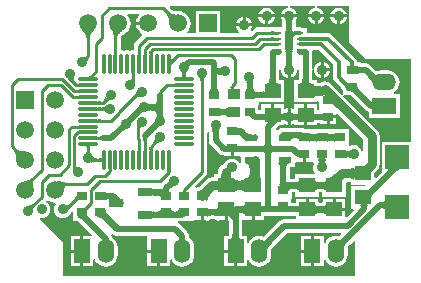
<source format=gtl>
G04 Layer_Physical_Order=1*
G04 Layer_Color=255*
%FSLAX25Y25*%
%MOIN*%
G70*
G01*
G75*
%ADD10O,0.07087X0.01102*%
%ADD11O,0.01102X0.07087*%
%ADD12R,0.02362X0.01102*%
%ADD13R,0.03000X0.06299*%
%ADD14R,0.07874X0.07874*%
%ADD15R,0.03858X0.03661*%
%ADD16R,0.04921X0.02756*%
%ADD17R,0.04331X0.02362*%
%ADD18R,0.03543X0.03150*%
%ADD19R,0.05512X0.05000*%
%ADD20C,0.02000*%
%ADD21C,0.03000*%
%ADD22C,0.01000*%
%ADD23C,0.01200*%
%ADD24O,0.05512X0.07874*%
%ADD25R,0.05512X0.07874*%
%ADD26O,0.07874X0.05512*%
%ADD27R,0.07874X0.05512*%
%ADD28R,0.05906X0.05906*%
%ADD29C,0.05906*%
%ADD30R,0.05906X0.05906*%
%ADD31C,0.03500*%
%ADD32C,0.03000*%
G36*
X4204Y44525D02*
X4395Y44401D01*
X4614Y44292D01*
X4863Y44198D01*
X5142Y44120D01*
X5449Y44056D01*
X5785Y44007D01*
X6546Y43956D01*
X6971Y43953D01*
X4047Y41030D01*
X4044Y41454D01*
X3993Y42215D01*
X3944Y42551D01*
X3881Y42858D01*
X3802Y43137D01*
X3708Y43385D01*
X3599Y43605D01*
X3475Y43796D01*
X3336Y43957D01*
X4043Y44664D01*
X4204Y44525D01*
D02*
G37*
G36*
X113780Y44456D02*
X113840Y44360D01*
X113940Y44276D01*
X114080Y44203D01*
X114260Y44141D01*
X114480Y44090D01*
X114740Y44051D01*
X114774Y44047D01*
X114831Y44056D01*
X114947Y44081D01*
X115046Y44110D01*
X115130Y44144D01*
X115198Y44182D01*
X115250Y44225D01*
Y44016D01*
X115760Y44000D01*
Y42000D01*
X115380Y41994D01*
X115250Y41985D01*
Y41775D01*
X115198Y41818D01*
X115130Y41856D01*
X115046Y41890D01*
X114947Y41919D01*
X114831Y41944D01*
X114777Y41952D01*
X114740Y41949D01*
X114480Y41910D01*
X114260Y41859D01*
X114080Y41797D01*
X113940Y41724D01*
X113840Y41640D01*
X113780Y41544D01*
X113760Y41437D01*
Y44563D01*
X113780Y44456D01*
D02*
G37*
G36*
X32683Y40110D02*
X32673Y40205D01*
X32642Y40290D01*
X32592Y40365D01*
X32521Y40430D01*
X32430Y40485D01*
X32318Y40530D01*
X32187Y40565D01*
X32035Y40590D01*
X31863Y40605D01*
X31671Y40610D01*
Y41610D01*
X31863Y41615D01*
X32035Y41630D01*
X32187Y41655D01*
X32318Y41690D01*
X32430Y41735D01*
X32521Y41790D01*
X32592Y41855D01*
X32642Y41930D01*
X32673Y42015D01*
X32683Y42110D01*
Y40110D01*
D02*
G37*
G36*
X100500Y40425D02*
X102772D01*
X103028Y40213D01*
X103310Y39713D01*
X103126Y39270D01*
X103024Y38500D01*
X103126Y37730D01*
X103423Y37012D01*
X103663Y36700D01*
X103416Y36200D01*
X97044D01*
Y34793D01*
X97023Y34787D01*
X96827Y34755D01*
X96694Y34743D01*
X95243D01*
Y38268D01*
X95255Y38400D01*
X95287Y38597D01*
X95293Y38619D01*
X96877D01*
Y40071D01*
X97228Y40425D01*
X99500D01*
Y43000D01*
X100500D01*
Y40425D01*
D02*
G37*
G36*
X45539Y44313D02*
X44524D01*
X44525Y44325D01*
X44526Y44357D01*
X44532Y45325D01*
X45531D01*
X45539Y44313D01*
D02*
G37*
G36*
X47508D02*
X46492D01*
X46494Y44325D01*
X46495Y44357D01*
X46500Y45325D01*
X47500D01*
X47508Y44313D01*
D02*
G37*
G36*
X89182Y43438D02*
X89144Y43370D01*
X89110Y43286D01*
X89081Y43187D01*
X89056Y43071D01*
X89036Y42939D01*
X89009Y42629D01*
X89000Y42254D01*
X87000D01*
X86998Y42449D01*
X86964Y42939D01*
X86944Y43071D01*
X86919Y43187D01*
X86890Y43286D01*
X86856Y43370D01*
X86818Y43438D01*
X86775Y43490D01*
X89225D01*
X89182Y43438D01*
D02*
G37*
G36*
X28610Y44177D02*
X28631Y44025D01*
X28668Y43874D01*
X28718Y43725D01*
X28784Y43577D01*
X28863Y43430D01*
X28958Y43284D01*
X29066Y43139D01*
X29190Y42995D01*
X29327Y42852D01*
X26877D01*
X27015Y42995D01*
X27138Y43139D01*
X27247Y43284D01*
X27341Y43430D01*
X27421Y43577D01*
X27486Y43725D01*
X27537Y43874D01*
X27573Y44025D01*
X27595Y44177D01*
X27602Y44329D01*
X28602D01*
X28610Y44177D01*
D02*
G37*
G36*
X132623Y38073D02*
X132342Y38030D01*
X132060Y37959D01*
X131778Y37859D01*
X131495Y37730D01*
X131212Y37574D01*
X130929Y37388D01*
X130645Y37174D01*
X130360Y36932D01*
X130075Y36661D01*
X127247D01*
X127503Y36932D01*
X127703Y37174D01*
X127846Y37388D01*
X127931Y37574D01*
X127960Y37730D01*
X127931Y37859D01*
X127846Y37959D01*
X127703Y38030D01*
X127503Y38073D01*
X127247Y38087D01*
X132903D01*
X132623Y38073D01*
D02*
G37*
G36*
X55380Y37896D02*
X55379Y37867D01*
X55374Y36985D01*
X54374D01*
X54366Y37908D01*
X55382D01*
X55380Y37896D01*
D02*
G37*
G36*
X75505Y36615D02*
X75582Y35705D01*
X75628Y35482D01*
X75684Y35300D01*
X75751Y35158D01*
X75828Y35057D01*
X75915Y34996D01*
X76012Y34976D01*
X71988D01*
X72085Y34996D01*
X72172Y35057D01*
X72249Y35158D01*
X72316Y35300D01*
X72372Y35482D01*
X72418Y35705D01*
X72454Y35968D01*
X72495Y36615D01*
X72500Y37000D01*
X75500D01*
X75505Y36615D01*
D02*
G37*
G36*
X84641Y39831D02*
X84719Y39801D01*
X84789Y39711D01*
X84851Y39561D01*
X84904Y39351D01*
X84949Y39081D01*
X84986Y38751D01*
X85030Y37988D01*
X85051D01*
X85058Y37418D01*
X85162Y36068D01*
X85224Y35738D01*
X85301Y35468D01*
X85391Y35258D01*
X85495Y35108D01*
X85612Y35018D01*
X85744Y34988D01*
X80551D01*
X80836Y35018D01*
X81091Y35108D01*
X81316Y35258D01*
X81511Y35468D01*
X81676Y35738D01*
X81811Y36068D01*
X81916Y36458D01*
X81991Y36908D01*
X82035Y37410D01*
X81991Y37914D01*
X81916Y38365D01*
X81811Y38756D01*
X81676Y39088D01*
X81511Y39359D01*
X81316Y39570D01*
X81091Y39721D01*
X80836Y39812D01*
X80551Y39843D01*
X84641Y39831D01*
D02*
G37*
G36*
X68257Y50143D02*
Y47500D01*
X68428Y46642D01*
X68914Y45914D01*
X71674Y43154D01*
X72401Y42668D01*
X73228Y42503D01*
Y42413D01*
X75500D01*
Y44988D01*
X76500D01*
Y42413D01*
X78772D01*
X79123Y42059D01*
Y39976D01*
X78623Y39877D01*
X78577Y39988D01*
X78104Y40604D01*
X77488Y41077D01*
X76770Y41374D01*
X76000Y41475D01*
X75230Y41374D01*
X74512Y41077D01*
X73896Y40604D01*
X73423Y39988D01*
X73271Y39621D01*
X72638Y39358D01*
X72074Y38926D01*
X71641Y38362D01*
X71369Y37705D01*
X71283Y37044D01*
X71277Y37016D01*
X71272Y36662D01*
X71243Y36200D01*
X70044D01*
Y35243D01*
X69782Y35226D01*
X69478Y35223D01*
X69459Y35219D01*
X68783Y35131D01*
X68126Y34858D01*
X67563Y34426D01*
X66711Y33574D01*
X66710Y33574D01*
X66318Y33192D01*
X65597Y32561D01*
X65295Y32330D01*
X65014Y32138D01*
X64768Y31992D01*
X64562Y31892D01*
X64402Y31833D01*
X64295Y31807D01*
X64137Y31794D01*
X64112Y31787D01*
X63891D01*
X63700Y32249D01*
X67226Y35774D01*
X67601Y36337D01*
X67733Y37000D01*
Y49926D01*
X68233Y50162D01*
X68257Y50143D01*
D02*
G37*
G36*
X29737Y42271D02*
X29836Y42133D01*
X29942Y42010D01*
X30056Y41904D01*
X30178Y41814D01*
X30307Y41741D01*
X30445Y41684D01*
X30590Y41643D01*
X30742Y41618D01*
X30902Y41610D01*
X30594Y40610D01*
X30455Y40605D01*
X30310Y40589D01*
X30160Y40562D01*
X30005Y40525D01*
X29844Y40477D01*
X29506Y40348D01*
X29328Y40268D01*
X28957Y40075D01*
X29646Y42426D01*
X29737Y42271D01*
D02*
G37*
G36*
X94810Y39822D02*
X94640Y39761D01*
X94490Y39660D01*
X94360Y39519D01*
X94250Y39338D01*
X94160Y39117D01*
X94090Y38856D01*
X94040Y38554D01*
X94010Y38213D01*
X94000Y37831D01*
X92000D01*
X91994Y38211D01*
X91942Y38851D01*
X91897Y39111D01*
X91840Y39331D01*
X91769Y39511D01*
X91686Y39651D01*
X91589Y39751D01*
X91480Y39811D01*
X91359Y39831D01*
X95000Y39843D01*
X94810Y39822D01*
D02*
G37*
G36*
X107615Y41405D02*
X107486Y41345D01*
X107372Y41245D01*
X107273Y41105D01*
X107190Y40925D01*
X107122Y40705D01*
X107068Y40445D01*
X107044Y40251D01*
X107056Y40169D01*
X107081Y40053D01*
X107110Y39954D01*
X107144Y39870D01*
X107182Y39802D01*
X107225Y39750D01*
X107007D01*
X107000Y39425D01*
X105000D01*
X104993Y39750D01*
X104775D01*
X104818Y39802D01*
X104856Y39870D01*
X104890Y39954D01*
X104919Y40053D01*
X104944Y40169D01*
X104953Y40226D01*
X104932Y40445D01*
X104878Y40705D01*
X104810Y40925D01*
X104727Y41105D01*
X104628Y41245D01*
X104514Y41345D01*
X104385Y41405D01*
X104240Y41425D01*
X107760D01*
X107615Y41405D01*
D02*
G37*
G36*
X97665Y50191D02*
X98240Y50075D01*
X98252Y47480D01*
X98231Y47670D01*
X98170Y47840D01*
X98069Y47990D01*
X97928Y48120D01*
X97747Y48230D01*
X97526Y48320D01*
X97264Y48390D01*
X96963Y48440D01*
X96953Y48441D01*
X96943Y48440D01*
X96641Y48390D01*
X96380Y48320D01*
X96159Y48230D01*
X95978Y48120D01*
X95837Y47990D01*
X95735Y47840D01*
X95674Y47670D01*
X95653Y47480D01*
X95665Y49649D01*
X95685Y49807D01*
X95745Y49948D01*
X95845Y50073D01*
X95985Y50181D01*
X96165Y50273D01*
X96240Y50298D01*
Y50480D01*
X96628Y50402D01*
X96645Y50406D01*
X96945Y50447D01*
X97285Y50472D01*
X97665Y50480D01*
Y50191D01*
D02*
G37*
G36*
X40483Y51250D02*
X40415Y51244D01*
X40340Y51222D01*
X40257Y51187D01*
X40166Y51137D01*
X40067Y51073D01*
X39959Y50994D01*
X39720Y50793D01*
X39449Y50535D01*
X38035Y51949D01*
X38171Y52089D01*
X38494Y52459D01*
X38573Y52567D01*
X38637Y52666D01*
X38687Y52757D01*
X38723Y52840D01*
X38743Y52916D01*
X38750Y52982D01*
X40483Y51250D01*
D02*
G37*
G36*
X110240Y46949D02*
X110220Y47056D01*
X110160Y47152D01*
X110060Y47236D01*
X109920Y47309D01*
X109740Y47371D01*
X109520Y47422D01*
X109260Y47461D01*
X109041Y47482D01*
X108740Y47460D01*
X108480Y47420D01*
X108260Y47368D01*
X108080Y47305D01*
X107940Y47230D01*
X107840Y47144D01*
X107780Y47046D01*
X107760Y46937D01*
Y50063D01*
X107780Y49958D01*
X107840Y49864D01*
X107940Y49782D01*
X108080Y49710D01*
X108260Y49650D01*
X108480Y49600D01*
X108740Y49561D01*
X108959Y49541D01*
X109260Y49562D01*
X109520Y49602D01*
X109740Y49652D01*
X109920Y49714D01*
X110060Y49788D01*
X110160Y49872D01*
X110220Y49968D01*
X110240Y50075D01*
Y46949D01*
D02*
G37*
G36*
X71682Y51198D02*
X71644Y51130D01*
X71610Y51046D01*
X71581Y50947D01*
X71556Y50831D01*
X71536Y50699D01*
X71509Y50388D01*
X71500Y50014D01*
X69500D01*
X69498Y50209D01*
X69464Y50699D01*
X69444Y50831D01*
X69419Y50947D01*
X69390Y51046D01*
X69356Y51130D01*
X69318Y51198D01*
X69275Y51250D01*
X71725D01*
X71682Y51198D01*
D02*
G37*
G36*
X31317Y54609D02*
X31349Y54607D01*
X32317Y54602D01*
Y53602D01*
X31305Y53594D01*
Y54610D01*
X31317Y54609D01*
D02*
G37*
G36*
X93750Y54263D02*
X93698Y54306D01*
X93630Y54344D01*
X93546Y54378D01*
X93447Y54407D01*
X93331Y54432D01*
X93199Y54452D01*
X92888Y54479D01*
X92514Y54488D01*
Y56488D01*
X92709Y56490D01*
X93199Y56524D01*
X93331Y56544D01*
X93447Y56569D01*
X93546Y56598D01*
X93630Y56632D01*
X93698Y56670D01*
X93750Y56713D01*
Y54263D01*
D02*
G37*
G36*
X46039Y51751D02*
X45899Y51738D01*
X45773Y51708D01*
X45662Y51660D01*
X45566Y51595D01*
X45485Y51513D01*
X45418Y51413D01*
X45366Y51296D01*
X45330Y51162D01*
X45307Y51010D01*
X45300Y50841D01*
X44300Y51165D01*
X44266Y53192D01*
X46039Y51751D01*
D02*
G37*
G36*
X51982Y52250D02*
X51916Y52244D01*
X51840Y52223D01*
X51757Y52187D01*
X51666Y52137D01*
X51567Y52073D01*
X51459Y51994D01*
X51220Y51793D01*
X50949Y51535D01*
X49535Y52949D01*
X49671Y53089D01*
X49994Y53459D01*
X50073Y53567D01*
X50137Y53666D01*
X50187Y53757D01*
X50222Y53840D01*
X50244Y53916D01*
X50250Y53983D01*
X51982Y52250D01*
D02*
G37*
G36*
X89002Y47031D02*
X89036Y46541D01*
X89056Y46409D01*
X89081Y46294D01*
X89110Y46194D01*
X89144Y46110D01*
X89182Y46042D01*
X89225Y45990D01*
X86775D01*
X86818Y46042D01*
X86856Y46110D01*
X86890Y46194D01*
X86919Y46294D01*
X86944Y46409D01*
X86964Y46541D01*
X86991Y46852D01*
X87000Y47226D01*
X89000D01*
X89002Y47031D01*
D02*
G37*
G36*
X47668Y48234D02*
X47633Y48140D01*
X47602Y48012D01*
X47575Y47848D01*
X47533Y47416D01*
X47502Y46507D01*
X47500Y46134D01*
X46500D01*
X46498Y46507D01*
X46398Y48012D01*
X46367Y48140D01*
X46332Y48234D01*
X46292Y48293D01*
X47708D01*
X47668Y48234D01*
D02*
G37*
G36*
X49476Y44313D02*
X48461D01*
X48462Y44325D01*
X48463Y44357D01*
X48469Y45325D01*
X49468D01*
X49476Y44313D01*
D02*
G37*
G36*
X29007Y45680D02*
X28922Y45650D01*
X28847Y45599D01*
X28782Y45529D01*
X28727Y45438D01*
X28682Y45326D01*
X28647Y45195D01*
X28622Y45043D01*
X28607Y44871D01*
X28602Y44679D01*
X27602D01*
X27597Y44871D01*
X27582Y45043D01*
X27557Y45195D01*
X27522Y45326D01*
X27477Y45438D01*
X27422Y45529D01*
X27357Y45599D01*
X27282Y45650D01*
X27197Y45680D01*
X27102Y45691D01*
X29102D01*
X29007Y45680D01*
D02*
G37*
G36*
X77760Y51679D02*
X77797Y51641D01*
X77859Y51608D01*
X77945Y51579D01*
X78056Y51555D01*
X78191Y51535D01*
X78536Y51509D01*
X78980Y51500D01*
Y50370D01*
X79831Y51064D01*
X80233Y50675D01*
X80949Y50063D01*
X81263Y49839D01*
X81549Y49670D01*
X81805Y49556D01*
X82032Y49497D01*
X82231Y49493D01*
X82400Y49544D01*
X82540Y49649D01*
X80335Y47311D01*
X80314Y47412D01*
X80252Y47545D01*
X80149Y47711D01*
X80005Y47910D01*
X79593Y48406D01*
X78665Y49397D01*
X78578Y49485D01*
X78056Y49445D01*
X77945Y49421D01*
X77859Y49392D01*
X77797Y49359D01*
X77760Y49321D01*
X77748Y49279D01*
Y51721D01*
X77760Y51679D01*
D02*
G37*
G36*
X32293Y48697D02*
X32317Y48697D01*
Y47697D01*
X32293Y47697D01*
Y47489D01*
X32234Y47529D01*
X32140Y47564D01*
X32012Y47595D01*
X31848Y47622D01*
X31416Y47664D01*
X30507Y47695D01*
X30134Y47697D01*
Y48697D01*
X30507Y48699D01*
X32012Y48799D01*
X32140Y48830D01*
X32234Y48865D01*
X32293Y48904D01*
Y48697D01*
D02*
G37*
G36*
X51982Y46750D02*
X51784Y46747D01*
X51595Y46732D01*
X51416Y46707D01*
X51246Y46670D01*
X51086Y46622D01*
X50935Y46564D01*
X50793Y46494D01*
X50661Y46413D01*
X50538Y46321D01*
X50425Y46218D01*
X49718Y46925D01*
X49821Y47038D01*
X49913Y47161D01*
X49994Y47293D01*
X50064Y47435D01*
X50122Y47586D01*
X50170Y47746D01*
X50207Y47916D01*
X50232Y48095D01*
X50247Y48284D01*
X50250Y48482D01*
X51982Y46750D01*
D02*
G37*
G36*
X101780Y49968D02*
X101840Y49872D01*
X101940Y49788D01*
X102080Y49714D01*
X102260Y49652D01*
X102480Y49602D01*
X102740Y49562D01*
X102967Y49541D01*
X103260Y49561D01*
X103520Y49600D01*
X103740Y49650D01*
X103920Y49710D01*
X104060Y49782D01*
X104160Y49864D01*
X104220Y49958D01*
X104240Y50063D01*
Y46937D01*
X104220Y47046D01*
X104160Y47144D01*
X104060Y47230D01*
X103920Y47305D01*
X103740Y47368D01*
X103520Y47420D01*
X103260Y47460D01*
X103033Y47482D01*
X102740Y47461D01*
X102480Y47422D01*
X102260Y47371D01*
X102080Y47309D01*
X101940Y47236D01*
X101840Y47152D01*
X101780Y47056D01*
X101760Y46949D01*
Y50075D01*
X101780Y49968D01*
D02*
G37*
G36*
X10218Y25683D02*
X10114Y25568D01*
X10022Y25444D01*
X9943Y25312D01*
X9877Y25171D01*
X9823Y25021D01*
X9782Y24862D01*
X9754Y24694D01*
X9738Y24518D01*
X9735Y24333D01*
X9745Y24139D01*
X7896Y25747D01*
X8098Y25764D01*
X8289Y25790D01*
X8471Y25826D01*
X8642Y25871D01*
X8804Y25926D01*
X8955Y25989D01*
X9096Y26063D01*
X9228Y26145D01*
X9349Y26237D01*
X9460Y26339D01*
X10218Y25683D01*
D02*
G37*
G36*
X127087Y24243D02*
X127069Y24387D01*
X127016Y24516D01*
X126928Y24629D01*
X126804Y24728D01*
X126645Y24811D01*
X126450Y24879D01*
X126220Y24932D01*
X125955Y24970D01*
X125654Y24992D01*
X125318Y25000D01*
Y27000D01*
X125654Y27008D01*
X125955Y27030D01*
X126220Y27068D01*
X126450Y27121D01*
X126645Y27189D01*
X126804Y27272D01*
X126928Y27371D01*
X127016Y27484D01*
X127069Y27613D01*
X127087Y27757D01*
Y24243D01*
D02*
G37*
G36*
X52240Y21937D02*
X51582Y21879D01*
Y21760D01*
X51202Y21756D01*
X50082Y21668D01*
X49902Y21628D01*
X49762Y21580D01*
X49663Y21526D01*
X49602Y21463D01*
X49582Y21394D01*
Y24126D01*
X49602Y24056D01*
X49663Y23994D01*
X49762Y23939D01*
X49902Y23892D01*
X50082Y23851D01*
X50302Y23818D01*
X50763Y23782D01*
X50963Y23800D01*
X51265Y23850D01*
X51526Y23920D01*
X51747Y24010D01*
X51928Y24120D01*
X52069Y24250D01*
X52170Y24400D01*
X52232Y24570D01*
X52252Y24760D01*
X52240Y21937D01*
D02*
G37*
G36*
X58240D02*
X58220Y21903D01*
X58160Y21873D01*
X58060Y21847D01*
X57920Y21824D01*
X57760Y21806D01*
Y21760D01*
X57428Y21789D01*
X56960Y21767D01*
X56240Y21760D01*
Y21895D01*
X55760Y21937D01*
X55748Y24760D01*
X55769Y24570D01*
X55830Y24400D01*
X55931Y24250D01*
X56072Y24120D01*
X56253Y24010D01*
X56474Y23920D01*
X56735Y23850D01*
X57000Y23806D01*
X57265Y23850D01*
X57526Y23920D01*
X57747Y24010D01*
X57928Y24120D01*
X58069Y24250D01*
X58170Y24400D01*
X58232Y24570D01*
X58252Y24760D01*
X58240Y21937D01*
D02*
G37*
G36*
X28069Y25484D02*
X28467Y25260D01*
X28259Y25045D01*
X27934Y24664D01*
X27816Y24498D01*
X27729Y24348D01*
X27672Y24215D01*
X27646Y24098D01*
X27650Y23998D01*
X27683Y23913D01*
X27748Y23845D01*
X27410Y24100D01*
X27124Y23773D01*
X27055Y23660D01*
X27014Y23569D01*
X27000Y23499D01*
X25999Y24500D01*
X26069Y24514D01*
X26160Y24555D01*
X26273Y24624D01*
X26408Y24721D01*
X26493Y24791D01*
X26149Y25051D01*
X26234Y25004D01*
X26332Y24984D01*
X26442Y24990D01*
X26565Y25023D01*
X26700Y25081D01*
X26848Y25166D01*
X27008Y25278D01*
X27180Y25415D01*
X27543Y25752D01*
X27673Y25880D01*
X28069Y25484D01*
D02*
G37*
G36*
X107268Y22500D02*
X107248Y22690D01*
X107188Y22860D01*
X107087Y23010D01*
X106946Y23140D01*
X106765Y23250D01*
X106544Y23340D01*
X106282Y23410D01*
X105980Y23460D01*
X105638Y23490D01*
X105500Y23494D01*
X105362Y23490D01*
X105020Y23460D01*
X104718Y23410D01*
X104456Y23340D01*
X104235Y23250D01*
X104054Y23140D01*
X103913Y23010D01*
X103812Y22860D01*
X103752Y22690D01*
X103732Y22500D01*
Y26500D01*
X103752Y26310D01*
X103812Y26140D01*
X103913Y25990D01*
X104054Y25860D01*
X104235Y25750D01*
X104456Y25660D01*
X104718Y25590D01*
X105020Y25540D01*
X105362Y25510D01*
X105500Y25506D01*
X105638Y25510D01*
X105980Y25540D01*
X106282Y25590D01*
X106544Y25660D01*
X106765Y25750D01*
X106946Y25860D01*
X107087Y25990D01*
X107188Y26140D01*
X107248Y26310D01*
X107268Y26500D01*
Y22500D01*
D02*
G37*
G36*
X121415Y26009D02*
X121328Y25963D01*
X121251Y25887D01*
X121184Y25780D01*
X121128Y25643D01*
X121082Y25475D01*
X121046Y25277D01*
X121020Y25049D01*
X121000Y24500D01*
X119000D01*
X118995Y24790D01*
X118954Y25277D01*
X118918Y25475D01*
X118872Y25643D01*
X118816Y25780D01*
X118749Y25887D01*
X118672Y25963D01*
X118585Y26009D01*
X118488Y26024D01*
X121512D01*
X121415Y26009D01*
D02*
G37*
G36*
X71256Y22012D02*
X71236Y22105D01*
X71176Y22188D01*
X71076Y22261D01*
X70936Y22324D01*
X70756Y22378D01*
X70536Y22422D01*
X70276Y22456D01*
X69636Y22495D01*
X69526Y22497D01*
X69380Y22494D01*
X68740Y22449D01*
X68480Y22410D01*
X68260Y22359D01*
X68080Y22297D01*
X67940Y22224D01*
X67840Y22140D01*
X67780Y22044D01*
X67760Y21937D01*
Y25063D01*
X67780Y24956D01*
X67840Y24860D01*
X67940Y24776D01*
X68080Y24703D01*
X68260Y24641D01*
X68480Y24590D01*
X68740Y24551D01*
X69040Y24522D01*
X69530Y24507D01*
X69638Y24510D01*
X69979Y24540D01*
X70281Y24590D01*
X70542Y24660D01*
X70763Y24750D01*
X70944Y24860D01*
X71086Y24990D01*
X71187Y25140D01*
X71247Y25310D01*
X71268Y25500D01*
X71256Y22012D01*
D02*
G37*
G36*
X78175Y16173D02*
X78205Y15831D01*
X78255Y15529D01*
X78325Y15267D01*
X78415Y15046D01*
X78525Y14865D01*
X78655Y14724D01*
X78805Y14623D01*
X78975Y14563D01*
X79165Y14543D01*
X75165D01*
X75355Y14563D01*
X75525Y14623D01*
X75675Y14724D01*
X75805Y14865D01*
X75915Y15046D01*
X76005Y15267D01*
X76075Y15529D01*
X76125Y15831D01*
X76155Y16173D01*
X76165Y16555D01*
X78165D01*
X78175Y16173D01*
D02*
G37*
G36*
X83500Y21000D02*
X86756D01*
Y22257D01*
X97244D01*
Y21243D01*
X93409D01*
X92551Y21072D01*
X91823Y20586D01*
X86977Y15740D01*
X86816Y15600D01*
X86611Y15442D01*
X86072Y15665D01*
X85039Y15801D01*
X84007Y15665D01*
X83044Y15267D01*
X82218Y14632D01*
X81584Y13806D01*
X81421Y13413D01*
X80921Y13513D01*
Y15567D01*
X79811D01*
X79750Y15618D01*
X79688Y15637D01*
X79634Y15673D01*
X79475Y15705D01*
X79453Y15788D01*
X79420Y15984D01*
X79409Y16117D01*
Y21000D01*
X82500D01*
Y24500D01*
X83500D01*
Y21000D01*
D02*
G37*
G36*
X89196Y13373D02*
X88847Y13009D01*
X88287Y12337D01*
X88076Y12028D01*
X87912Y11738D01*
X87794Y11466D01*
X87722Y11212D01*
X87697Y10976D01*
X87717Y10758D01*
X87785Y10559D01*
X85972Y14383D01*
X86076Y14220D01*
X86209Y14114D01*
X86369Y14063D01*
X86558Y14069D01*
X86774Y14130D01*
X87018Y14248D01*
X87291Y14422D01*
X87591Y14652D01*
X87919Y14938D01*
X88275Y15280D01*
X89196Y13373D01*
D02*
G37*
G36*
X114690Y13957D02*
X114334Y13588D01*
X113773Y12914D01*
X113567Y12610D01*
X113410Y12327D01*
X113304Y12066D01*
X113247Y11827D01*
X113240Y11610D01*
X113283Y11414D01*
X113375Y11240D01*
X111019Y14518D01*
X111149Y14381D01*
X111305Y14299D01*
X111486Y14270D01*
X111694Y14295D01*
X111926Y14373D01*
X112185Y14505D01*
X112469Y14691D01*
X112779Y14931D01*
X113114Y15224D01*
X113476Y15571D01*
X114690Y13957D01*
D02*
G37*
G36*
X14906Y27373D02*
X15916Y26954D01*
X16932Y26820D01*
X17073Y26625D01*
X17187Y26332D01*
X16923Y25988D01*
X16626Y25270D01*
X16524Y24500D01*
X16626Y23730D01*
X16923Y23012D01*
X17396Y22396D01*
X18012Y21923D01*
X18730Y21626D01*
X19500Y21524D01*
X20270Y21626D01*
X20988Y21923D01*
X21604Y22396D01*
X22077Y23012D01*
X22170Y23237D01*
X22231Y23325D01*
X22232Y23326D01*
X22232Y23326D01*
X22310Y23505D01*
X22459Y23815D01*
X22528Y23939D01*
X23028Y23810D01*
Y22084D01*
X23024Y22070D01*
X23028Y22022D01*
Y21954D01*
X23018Y21887D01*
X23028Y21843D01*
Y20725D01*
X24094D01*
X24107Y20721D01*
X24194Y20711D01*
X24234Y20700D01*
X24350Y20649D01*
X24527Y20550D01*
X24751Y20403D01*
X24999Y20220D01*
X25872Y19455D01*
X29261Y16067D01*
X29054Y15567D01*
X26484D01*
Y10630D01*
Y5693D01*
X29740D01*
Y7747D01*
X30240Y7846D01*
X30403Y7454D01*
X31037Y6627D01*
X31863Y5993D01*
X32826Y5595D01*
X33858Y5459D01*
X34891Y5595D01*
X35853Y5993D01*
X36680Y6627D01*
X37314Y7454D01*
X37712Y8416D01*
X37848Y9449D01*
Y11811D01*
X37712Y12844D01*
X37314Y13806D01*
X36680Y14632D01*
X35999Y15154D01*
X35931Y15500D01*
X35548Y16072D01*
X35914Y16414D01*
X36642Y15928D01*
X37500Y15757D01*
X47398D01*
X47819Y15567D01*
X47819Y15257D01*
Y11130D01*
X51575D01*
Y10630D01*
X52075D01*
Y5693D01*
X55331D01*
Y7747D01*
X55831Y7846D01*
X55993Y7454D01*
X56627Y6627D01*
X57454Y5993D01*
X58416Y5595D01*
X59449Y5459D01*
X60482Y5595D01*
X61444Y5993D01*
X62270Y6627D01*
X62904Y7454D01*
X63303Y8416D01*
X63439Y9449D01*
Y11811D01*
X63303Y12844D01*
X62904Y13806D01*
X62270Y14632D01*
X61692Y15076D01*
Y15551D01*
X61521Y16410D01*
X61035Y17137D01*
X58586Y19586D01*
X57942Y20017D01*
X57980Y20397D01*
X58025Y20517D01*
X59260D01*
X60118Y20687D01*
X60175Y20725D01*
X62972D01*
Y20725D01*
X63228Y20925D01*
X65500D01*
Y23500D01*
X66500D01*
Y20925D01*
X67078D01*
X67092Y20912D01*
X67197Y20870D01*
X67291Y20807D01*
X67416Y20782D01*
X67535Y20734D01*
X67648Y20736D01*
X67760Y20714D01*
X67885Y20739D01*
X68012Y20740D01*
X68116Y20785D01*
X68228Y20807D01*
X68334Y20878D01*
X68445Y20925D01*
X68772D01*
Y21217D01*
X68875Y21232D01*
X69224Y21257D01*
X69840D01*
X70159Y21237D01*
X70244Y21226D01*
Y21000D01*
X70576D01*
X70593Y20984D01*
X70694Y20944D01*
X70784Y20883D01*
X70914Y20857D01*
X71037Y20808D01*
X71145Y20810D01*
X71252Y20788D01*
X71382Y20814D01*
X71514Y20816D01*
X71614Y20859D01*
X71720Y20880D01*
X71831Y20953D01*
X71939Y21000D01*
X73500D01*
Y24500D01*
X74500D01*
Y20828D01*
X74922Y20405D01*
Y16117D01*
X74911Y15984D01*
X74878Y15788D01*
X74856Y15705D01*
X74697Y15673D01*
X74643Y15637D01*
X74581Y15618D01*
X74520Y15567D01*
X73409D01*
Y11130D01*
X77165D01*
Y10630D01*
X77665D01*
Y5693D01*
X80921D01*
Y7747D01*
X81421Y7846D01*
X81584Y7454D01*
X82218Y6627D01*
X83044Y5993D01*
X84007Y5595D01*
X85039Y5459D01*
X86072Y5595D01*
X87034Y5993D01*
X87861Y6627D01*
X88495Y7454D01*
X88893Y8416D01*
X89029Y9449D01*
Y11228D01*
X89116Y11381D01*
X89265Y11599D01*
X89683Y12101D01*
X94339Y16757D01*
X112250D01*
X112441Y16295D01*
X112169Y16023D01*
X112001Y15876D01*
X111759Y15689D01*
X111699Y15650D01*
X111663Y15665D01*
X111222Y15723D01*
X111216Y15725D01*
X111207Y15725D01*
X110630Y15801D01*
X109597Y15665D01*
X108635Y15267D01*
X107808Y14632D01*
X107174Y13806D01*
X107012Y13413D01*
X106512Y13513D01*
Y15567D01*
X103256D01*
Y10630D01*
Y5693D01*
X106512D01*
Y7747D01*
X107012Y7846D01*
X107174Y7454D01*
X107808Y6627D01*
X108635Y5993D01*
X109597Y5595D01*
X110630Y5459D01*
X111663Y5595D01*
X112625Y5993D01*
X113451Y6627D01*
X114085Y7454D01*
X114484Y8416D01*
X114620Y9449D01*
Y11811D01*
X114601Y11952D01*
X114611Y11969D01*
X114752Y12178D01*
X115170Y12679D01*
X116538Y14048D01*
X117000Y13856D01*
Y2243D01*
X19500D01*
Y13500D01*
X11901Y21099D01*
X12134Y21573D01*
X12500Y21524D01*
X13270Y21626D01*
X13988Y21923D01*
X14604Y22396D01*
X15077Y23012D01*
X15374Y23730D01*
X15475Y24500D01*
X15374Y25270D01*
X15077Y25988D01*
X14604Y26604D01*
X14030Y27044D01*
X13982Y27109D01*
X13963Y27201D01*
X14083Y27373D01*
X14766Y27480D01*
X14906Y27373D01*
D02*
G37*
G36*
X80268Y22500D02*
X80248Y22690D01*
X80188Y22860D01*
X80087Y23010D01*
X79946Y23140D01*
X79765Y23250D01*
X79544Y23340D01*
X79282Y23410D01*
X78980Y23460D01*
X78638Y23490D01*
X78256Y23500D01*
Y25500D01*
X78638Y25510D01*
X78980Y25540D01*
X79282Y25590D01*
X79544Y25660D01*
X79765Y25750D01*
X79946Y25860D01*
X80087Y25990D01*
X80188Y26140D01*
X80248Y26310D01*
X80268Y26500D01*
Y22500D01*
D02*
G37*
G36*
X27600Y23460D02*
X27507Y23312D01*
X27481Y23126D01*
X27522Y22901D01*
X27630Y22638D01*
X27805Y22335D01*
X28047Y21995D01*
X28356Y21615D01*
X29174Y20740D01*
X27270Y19816D01*
X26858Y20219D01*
X25767Y21173D01*
X25452Y21407D01*
X25161Y21598D01*
X24894Y21746D01*
X24652Y21852D01*
X24434Y21916D01*
X24240Y21937D01*
X27760Y23569D01*
X27600Y23460D01*
D02*
G37*
G36*
X33774Y24781D02*
X33816Y24499D01*
X33887Y24217D01*
X33986Y23935D01*
X34113Y23653D01*
X34269Y23371D01*
X34453Y23088D01*
X34665Y22806D01*
X34905Y22523D01*
X35174Y22240D01*
X34983Y21946D01*
X35174Y21740D01*
X34541Y21262D01*
X34063Y20523D01*
X33843Y20735D01*
X33563Y20523D01*
X33162Y20910D01*
X32438Y21521D01*
X32116Y21744D01*
X31820Y21913D01*
X31550Y22027D01*
X31371Y22070D01*
X31234Y21949D01*
X31339Y22078D01*
X31307Y22086D01*
X31089Y22091D01*
X30899Y22041D01*
X30734Y21937D01*
X32399Y23385D01*
X33760Y25063D01*
X33774Y24781D01*
D02*
G37*
G36*
X10168Y34500D02*
X10016Y34324D01*
X9891Y34126D01*
X9792Y33907D01*
X9721Y33665D01*
X9676Y33403D01*
X9657Y33118D01*
X9666Y32812D01*
X9701Y32484D01*
X9764Y32135D01*
X9852Y31763D01*
X6294Y33867D01*
X6760Y33986D01*
X8251Y34455D01*
X8531Y34570D01*
X8978Y34798D01*
X9146Y34911D01*
X9276Y35023D01*
X10168Y34500D01*
D02*
G37*
G36*
X94008Y34195D02*
X94068Y33555D01*
X94121Y33295D01*
X94190Y33075D01*
X94274Y32895D01*
X94372Y32755D01*
X94486Y32655D01*
X94615Y32595D01*
X94760Y32575D01*
X91240D01*
X91385Y32595D01*
X91514Y32655D01*
X91628Y32755D01*
X91726Y32895D01*
X91810Y33075D01*
X91878Y33295D01*
X91932Y33555D01*
X91970Y33855D01*
X91992Y34195D01*
X92000Y34575D01*
X94000D01*
X94008Y34195D01*
D02*
G37*
G36*
X71268Y30732D02*
X71250Y30783D01*
X71197Y30828D01*
X71108Y30869D01*
X70983Y30904D01*
X70823Y30933D01*
X70627Y30957D01*
X70129Y30989D01*
X69608Y30998D01*
X69881Y30771D01*
X69478Y30356D01*
X68523Y29222D01*
X68290Y28880D01*
X68099Y28557D01*
X67951Y28253D01*
X67844Y27966D01*
X67781Y27698D01*
X67760Y27449D01*
X64240Y30575D01*
X64490Y30596D01*
X64758Y30659D01*
X65044Y30766D01*
X65349Y30914D01*
X65671Y31105D01*
X66013Y31338D01*
X66373Y31614D01*
X67148Y32293D01*
X67563Y32696D01*
X69488Y31097D01*
Y34000D01*
X69826Y34003D01*
X70823Y34067D01*
X70983Y34096D01*
X71108Y34131D01*
X71197Y34172D01*
X71250Y34217D01*
X71268Y34268D01*
Y30732D01*
D02*
G37*
G36*
X56482Y32250D02*
X56415Y32243D01*
X56340Y32223D01*
X56257Y32187D01*
X56166Y32137D01*
X56067Y32073D01*
X55959Y31994D01*
X55720Y31793D01*
X55449Y31535D01*
X54035Y32949D01*
X54171Y33089D01*
X54494Y33459D01*
X54573Y33567D01*
X54637Y33666D01*
X54687Y33757D01*
X54722Y33840D01*
X54743Y33915D01*
X54750Y33983D01*
X56482Y32250D01*
D02*
G37*
G36*
X80256Y30012D02*
X80226Y30200D01*
X80136Y30368D01*
X79986Y30516D01*
X79776Y30644D01*
X79506Y30753D01*
X79176Y30842D01*
X78786Y30911D01*
X78541Y30938D01*
X78214Y30911D01*
X77824Y30842D01*
X77494Y30753D01*
X77224Y30644D01*
X77014Y30516D01*
X76864Y30368D01*
X76774Y30200D01*
X76744Y30012D01*
Y34988D01*
X76774Y34800D01*
X76864Y34632D01*
X77014Y34484D01*
X77224Y34356D01*
X77494Y34247D01*
X77824Y34158D01*
X78214Y34089D01*
X78459Y34062D01*
X78786Y34089D01*
X79176Y34158D01*
X79506Y34247D01*
X79776Y34356D01*
X79986Y34484D01*
X80136Y34632D01*
X80226Y34800D01*
X80256Y34988D01*
Y30012D01*
D02*
G37*
G36*
X113561Y35439D02*
X113406Y35288D01*
X113038Y34975D01*
X112948Y34918D01*
X112875Y34885D01*
X112817Y34875D01*
X112777Y34889D01*
X112752Y34927D01*
X112744Y34988D01*
X107964Y34976D01*
X108155Y34998D01*
X108371Y35062D01*
X108611Y35169D01*
X108876Y35318D01*
X109167Y35510D01*
X109481Y35745D01*
X110185Y36342D01*
X110988Y37109D01*
X113561Y35439D01*
D02*
G37*
G36*
X107268Y33558D02*
X107440Y33561D01*
Y31439D01*
X107398Y31450D01*
X107298Y31461D01*
X107268Y31462D01*
Y30500D01*
X107248Y30690D01*
X107188Y30860D01*
X107087Y31010D01*
X106946Y31140D01*
X106765Y31250D01*
X106544Y31340D01*
X106282Y31410D01*
X105980Y31460D01*
X105650Y31489D01*
X105404Y31491D01*
X105362Y31490D01*
X105020Y31460D01*
X104718Y31410D01*
X104456Y31340D01*
X104235Y31250D01*
X104054Y31140D01*
X103913Y31010D01*
X103812Y30860D01*
X103752Y30690D01*
X103732Y30500D01*
Y34500D01*
X103752Y34310D01*
X103812Y34140D01*
X103913Y33990D01*
X104054Y33860D01*
X104235Y33750D01*
X104456Y33660D01*
X104718Y33590D01*
X105020Y33540D01*
X105272Y33518D01*
X105863Y33530D01*
X105980Y33540D01*
X106282Y33590D01*
X106544Y33660D01*
X106765Y33750D01*
X106946Y33860D01*
X107087Y33990D01*
X107188Y34140D01*
X107248Y34310D01*
X107268Y34500D01*
Y33558D01*
D02*
G37*
G36*
X116756Y34012D02*
X116726Y34200D01*
X116636Y34368D01*
X116486Y34516D01*
X116276Y34644D01*
X116006Y34753D01*
X115676Y34842D01*
X115286Y34911D01*
X114836Y34960D01*
X113756Y35000D01*
Y38000D01*
X114326Y38010D01*
X115286Y38089D01*
X115676Y38158D01*
X116006Y38247D01*
X116276Y38356D01*
X116486Y38484D01*
X116636Y38632D01*
X116726Y38800D01*
X116756Y38988D01*
Y34012D01*
D02*
G37*
G36*
X33780Y30468D02*
X33840Y30372D01*
X33940Y30288D01*
X34080Y30214D01*
X34260Y30152D01*
X34480Y30102D01*
X34740Y30062D01*
X35040Y30034D01*
X35760Y30012D01*
Y28364D01*
X37500Y29280D01*
X37777Y29011D01*
X38296Y28559D01*
X38537Y28375D01*
X38767Y28220D01*
X38985Y28092D01*
X39192Y27993D01*
X39386Y27922D01*
X39569Y27880D01*
X39740Y27866D01*
X35208Y27854D01*
X35373Y27859D01*
X35510Y27873D01*
X35621Y27896D01*
X35704Y27927D01*
X35762Y27968D01*
X35792Y28017D01*
X35796Y28076D01*
X35773Y28143D01*
X35760Y28164D01*
Y28012D01*
X35380Y28006D01*
X34740Y27961D01*
X34480Y27922D01*
X34260Y27871D01*
X34080Y27809D01*
X33940Y27736D01*
X33840Y27652D01*
X33780Y27556D01*
X33760Y27449D01*
Y30575D01*
X33780Y30468D01*
D02*
G37*
G36*
X49602Y31537D02*
X49663Y31474D01*
X49762Y31420D01*
X49902Y31372D01*
X50082Y31332D01*
X50302Y31299D01*
X50862Y31255D01*
X51582Y31240D01*
Y30793D01*
X52240Y30575D01*
X52252Y28240D01*
X52231Y28430D01*
X52170Y28600D01*
X52069Y28750D01*
X51928Y28880D01*
X51747Y28990D01*
X51526Y29080D01*
X51264Y29150D01*
X50963Y29200D01*
X50857Y29209D01*
X50082Y29149D01*
X49902Y29108D01*
X49762Y29061D01*
X49663Y29006D01*
X49602Y28944D01*
X49582Y28874D01*
Y31606D01*
X49602Y31537D01*
D02*
G37*
G36*
X21992Y25285D02*
X21903Y25190D01*
X21813Y25083D01*
X21636Y24835D01*
X21548Y24694D01*
X21372Y24377D01*
X21198Y24015D01*
X21111Y23817D01*
X20223Y26094D01*
X20381Y26031D01*
X20535Y25987D01*
X20685Y25962D01*
X20830Y25956D01*
X20972Y25970D01*
X21109Y26002D01*
X21242Y26054D01*
X21372Y26125D01*
X21497Y26215D01*
X21618Y26325D01*
X21992Y25285D01*
D02*
G37*
G36*
X24240Y27449D02*
X24218Y27443D01*
X24185Y27424D01*
X24141Y27393D01*
X24087Y27349D01*
X23858Y27144D01*
X23533Y26826D01*
Y28240D01*
X23669Y28383D01*
X23791Y28526D01*
X23898Y28668D01*
X23992Y28810D01*
X24071Y28952D01*
X24136Y29093D01*
X24186Y29234D01*
X24222Y29374D01*
X24245Y29515D01*
X24252Y29655D01*
X24240Y27449D01*
D02*
G37*
G36*
X123658Y30244D02*
X123294Y29866D01*
X122714Y29174D01*
X122498Y28859D01*
X122330Y28566D01*
X122213Y28293D01*
X122144Y28042D01*
X122124Y27812D01*
X122153Y27603D01*
X122232Y27415D01*
X120160Y30976D01*
X120281Y30831D01*
X120438Y30749D01*
X120631Y30732D01*
X120860Y30779D01*
X121125Y30889D01*
X121425Y31064D01*
X121762Y31303D01*
X122135Y31605D01*
X122988Y32402D01*
X123658Y30244D01*
D02*
G37*
G36*
X20343Y33500D02*
X21315Y32500D01*
X21065Y32484D01*
X20840Y32436D01*
X20640Y32357D01*
X20466Y32245D01*
X20317Y32102D01*
X20193Y31927D01*
X20095Y31720D01*
X20022Y31481D01*
X19974Y31210D01*
X19951Y30908D01*
X17524Y33906D01*
X20343Y33500D01*
D02*
G37*
G36*
X114747Y33739D02*
X115112Y33699D01*
X115410Y33647D01*
X115544Y33610D01*
Y32800D01*
X116698D01*
X116756Y32789D01*
X116814Y32800D01*
X120366D01*
X120625Y32300D01*
X120554Y32200D01*
X115544D01*
Y24800D01*
X116474D01*
X116666Y24338D01*
X114218Y21890D01*
X113756Y22081D01*
Y24000D01*
X110000D01*
Y24500D01*
X109500D01*
Y28000D01*
X106244D01*
Y27146D01*
X106193Y27085D01*
X106174Y27022D01*
X106138Y26968D01*
X106106Y26809D01*
X106024Y26787D01*
X105827Y26755D01*
X105694Y26743D01*
X105306D01*
X105173Y26755D01*
X104976Y26787D01*
X104894Y26809D01*
X104862Y26968D01*
X104826Y27022D01*
X104807Y27085D01*
X104756Y27146D01*
Y28000D01*
X101500D01*
Y24500D01*
X100500D01*
Y28000D01*
X97244D01*
Y26743D01*
X95772D01*
Y27820D01*
X95972Y28237D01*
X95972Y28237D01*
X95972Y28237D01*
Y30207D01*
X95995Y30213D01*
X96191Y30245D01*
X96323Y30257D01*
X96694D01*
X96827Y30245D01*
X97023Y30213D01*
X97044Y30207D01*
Y28800D01*
X104956D01*
Y30207D01*
X104976Y30213D01*
X105173Y30245D01*
X105306Y30257D01*
X105694D01*
X105827Y30245D01*
X106024Y30213D01*
X106044Y30207D01*
Y28800D01*
X113956D01*
Y33408D01*
X114316Y33755D01*
X114747Y33739D01*
D02*
G37*
G36*
X98268Y30500D02*
X98248Y30690D01*
X98188Y30860D01*
X98087Y31010D01*
X97946Y31140D01*
X97765Y31250D01*
X97544Y31340D01*
X97282Y31410D01*
X96980Y31460D01*
X96638Y31490D01*
X96508Y31493D01*
X96378Y31490D01*
X96037Y31460D01*
X95736Y31410D01*
X95475Y31340D01*
X95253Y31250D01*
X95072Y31140D01*
X94931Y31010D01*
X94830Y30860D01*
X94769Y30690D01*
X94748Y30500D01*
X94760Y32575D01*
X96256Y33267D01*
Y33500D01*
X96638Y33510D01*
X96980Y33540D01*
X97282Y33590D01*
X97544Y33660D01*
X97765Y33750D01*
X97946Y33860D01*
X98087Y33990D01*
X98188Y34140D01*
X98248Y34310D01*
X98268Y34500D01*
Y30500D01*
D02*
G37*
G36*
X53000Y58500D02*
X51657Y56486D01*
X53000D01*
X53002Y56291D01*
X53036Y55801D01*
X53056Y55669D01*
X53081Y55553D01*
X53110Y55454D01*
X53144Y55370D01*
X53182Y55302D01*
X53225Y55250D01*
X50775D01*
X50818Y55302D01*
X50856Y55370D01*
X50890Y55454D01*
X50919Y55553D01*
X50944Y55669D01*
X50964Y55801D01*
X50974Y55915D01*
X50920Y56220D01*
X50820Y56520D01*
X50680Y56780D01*
X50500Y57000D01*
X50280Y57180D01*
X50020Y57320D01*
X49720Y57420D01*
X49380Y57480D01*
X49000Y57500D01*
Y59500D01*
X49380Y59520D01*
X49720Y59580D01*
X50020Y59680D01*
X50280Y59820D01*
X50500Y60000D01*
X50680Y60220D01*
X50820Y60480D01*
X50920Y60780D01*
X50980Y61120D01*
X51000Y61500D01*
X53000Y58500D01*
D02*
G37*
G36*
X56131Y73550D02*
X55994Y73406D01*
X55872Y73263D01*
X55764Y73120D01*
X55671Y72978D01*
X55591Y72837D01*
X55527Y72695D01*
X55476Y72555D01*
X55440Y72414D01*
X55419Y72275D01*
X55412Y72136D01*
Y74964D01*
X55419Y74835D01*
X55440Y74734D01*
X55476Y74662D01*
X55527Y74619D01*
X55591Y74604D01*
X55671Y74619D01*
X55764Y74662D01*
X55872Y74734D01*
X55994Y74835D01*
X56131Y74964D01*
Y73550D01*
D02*
G37*
G36*
X28282Y75075D02*
X28179Y74962D01*
X28087Y74839D01*
X28006Y74707D01*
X27937Y74565D01*
X27878Y74414D01*
X27830Y74254D01*
X27793Y74084D01*
X27768Y73905D01*
X27753Y73716D01*
X27750Y73518D01*
X26017Y75250D01*
X26216Y75253D01*
X26405Y75268D01*
X26584Y75293D01*
X26754Y75330D01*
X26914Y75378D01*
X27065Y75437D01*
X27207Y75506D01*
X27339Y75587D01*
X27462Y75679D01*
X27575Y75782D01*
X28282Y75075D01*
D02*
G37*
G36*
X96002Y73291D02*
X96036Y72801D01*
X96056Y72669D01*
X96081Y72553D01*
X96110Y72454D01*
X96144Y72370D01*
X96182Y72302D01*
X96225Y72250D01*
X93775D01*
X93818Y72302D01*
X93856Y72370D01*
X93890Y72454D01*
X93919Y72553D01*
X93944Y72669D01*
X93964Y72801D01*
X93991Y73112D01*
X94000Y73486D01*
X96000D01*
X96002Y73291D01*
D02*
G37*
G36*
X45539Y76202D02*
X44524D01*
X44525Y76215D01*
X44526Y76247D01*
X44532Y77214D01*
X45531D01*
X45539Y76202D01*
D02*
G37*
G36*
X37665D02*
X36650D01*
X36651Y76215D01*
X36652Y76247D01*
X36658Y77214D01*
X37657D01*
X37665Y76202D01*
D02*
G37*
G36*
X96395Y77342D02*
X96312Y77282D01*
X96239Y77182D01*
X96176Y77042D01*
X96122Y76862D01*
X96078Y76642D01*
X96044Y76382D01*
X96005Y75742D01*
X96000Y75362D01*
X94000D01*
X93995Y75742D01*
X93922Y76642D01*
X93878Y76862D01*
X93824Y77042D01*
X93761Y77182D01*
X93688Y77282D01*
X93605Y77342D01*
X93512Y77362D01*
X96488D01*
X96395Y77342D01*
D02*
G37*
G36*
X116603Y73320D02*
X116630Y73016D01*
X116654Y72892D01*
X116684Y72788D01*
X116721Y72703D01*
X116765Y72636D01*
X116816Y72589D01*
X116873Y72560D01*
X116937Y72551D01*
X116639D01*
X116678Y71895D01*
X116702Y71784D01*
X116729Y71702D01*
X116760Y71650D01*
X115240D01*
X115270Y71702D01*
X115298Y71784D01*
X115322Y71895D01*
X115342Y72036D01*
X115374Y72406D01*
X115379Y72551D01*
X115063D01*
X115127Y72560D01*
X115184Y72589D01*
X115235Y72636D01*
X115279Y72703D01*
X115316Y72788D01*
X115346Y72892D01*
X115370Y73016D01*
X115386Y73158D01*
X115397Y73320D01*
X115400Y73500D01*
X116600D01*
X116603Y73320D01*
D02*
G37*
G36*
X60660Y71226D02*
X60625Y71133D01*
X60594Y71004D01*
X60567Y70840D01*
X60557Y70742D01*
X61217D01*
X61079Y70600D01*
X60956Y70456D01*
X60847Y70311D01*
X60753Y70165D01*
X60673Y70018D01*
X60608Y69869D01*
X60557Y69720D01*
X60521Y69569D01*
X60499Y69418D01*
X60495Y69324D01*
X60497Y69239D01*
X60512Y69067D01*
X60537Y68915D01*
X60572Y68784D01*
X60617Y68673D01*
X60672Y68582D01*
X60737Y68511D01*
X60812Y68460D01*
X60897Y68430D01*
X60992Y68420D01*
X58992D01*
X59087Y68430D01*
X59172Y68460D01*
X59247Y68511D01*
X59312Y68582D01*
X59367Y68673D01*
X59412Y68784D01*
X59447Y68915D01*
X59472Y69067D01*
X59487Y69239D01*
X59489Y69324D01*
X59485Y69418D01*
X59463Y69569D01*
X59427Y69720D01*
X59376Y69869D01*
X59311Y70018D01*
X59231Y70165D01*
X59137Y70311D01*
X59028Y70456D01*
X58905Y70600D01*
X58767Y70742D01*
X59408D01*
X59390Y71004D01*
X59359Y71133D01*
X59324Y71226D01*
X59285Y71285D01*
X60700D01*
X60660Y71226D01*
D02*
G37*
G36*
X29937Y69002D02*
X29836Y68880D01*
X29764Y68772D01*
X29721Y68678D01*
X29707Y68599D01*
X29721Y68535D01*
X29764Y68484D01*
X29836Y68448D01*
X29937Y68427D01*
X30066Y68420D01*
X27238D01*
X27377Y68427D01*
X27517Y68448D01*
X27657Y68484D01*
X27798Y68535D01*
X27939Y68599D01*
X28081Y68678D01*
X28223Y68772D01*
X28365Y68880D01*
X28508Y69002D01*
X28652Y69139D01*
X30066D01*
X29937Y69002D01*
D02*
G37*
G36*
X109665Y72990D02*
Y68500D01*
X109804Y67798D01*
X110202Y67202D01*
X112364Y65041D01*
X112664Y64691D01*
X112783Y64531D01*
X112881Y64380D01*
X112952Y64254D01*
X112996Y64156D01*
X113019Y64090D01*
X113025Y64058D01*
X113028Y64021D01*
Y63030D01*
X112528Y62823D01*
X108944Y66407D01*
X108936Y66416D01*
X108935Y66416D01*
X108926Y66425D01*
X108926Y66426D01*
X108923Y66428D01*
X108362Y66859D01*
X107705Y67131D01*
X107000Y67223D01*
X106295Y67131D01*
X105638Y66859D01*
X105465Y66726D01*
X104774Y66751D01*
X104519Y66780D01*
X104456Y66791D01*
Y67700D01*
X102795D01*
X102787Y67728D01*
X102755Y67923D01*
X102743Y68053D01*
Y70839D01*
X103243Y70872D01*
X103272Y70650D01*
X103321Y70282D01*
X103598Y69613D01*
X104039Y69039D01*
X104613Y68598D01*
X105282Y68321D01*
X105500Y68292D01*
Y71000D01*
Y73708D01*
X105282Y73679D01*
X104613Y73402D01*
X104039Y72961D01*
X103598Y72387D01*
X103321Y71718D01*
X103272Y71350D01*
X103243Y71128D01*
X102743Y71161D01*
Y77000D01*
X102685Y77294D01*
X103002Y77680D01*
X104974D01*
X109665Y72990D01*
D02*
G37*
G36*
X117780Y72456D02*
X117840Y72360D01*
X117940Y72276D01*
X118080Y72203D01*
X118260Y72141D01*
X118480Y72090D01*
X118740Y72051D01*
X119040Y72022D01*
X119760Y72000D01*
Y70000D01*
X119380Y69994D01*
X118740Y69949D01*
X118480Y69910D01*
X118260Y69859D01*
X118080Y69797D01*
X117940Y69724D01*
X117840Y69640D01*
X117780Y69544D01*
X117760Y69437D01*
Y72563D01*
X117780Y72456D01*
D02*
G37*
G36*
X72250Y69275D02*
X72198Y69318D01*
X72130Y69356D01*
X72046Y69390D01*
X71947Y69419D01*
X71831Y69444D01*
X71699Y69464D01*
X71388Y69491D01*
X71014Y69500D01*
Y71500D01*
X71209Y71502D01*
X71699Y71536D01*
X71831Y71556D01*
X71947Y71581D01*
X72046Y71610D01*
X72130Y71644D01*
X72198Y71682D01*
X72250Y71725D01*
Y69275D01*
D02*
G37*
G36*
X43569Y69785D02*
X43568Y69753D01*
X43563Y68786D01*
X42563D01*
X42555Y69797D01*
X43571D01*
X43569Y69785D01*
D02*
G37*
G36*
X47508Y76202D02*
X46492D01*
X46494Y76215D01*
X46495Y76247D01*
X46500Y77214D01*
X47500D01*
X47508Y76202D01*
D02*
G37*
G36*
X96005Y85258D02*
X96078Y84358D01*
X96122Y84138D01*
X96176Y83958D01*
X96239Y83818D01*
X96312Y83718D01*
X96395Y83658D01*
X96488Y83638D01*
X93512D01*
X93605Y83658D01*
X93688Y83718D01*
X93761Y83818D01*
X93824Y83958D01*
X93878Y84138D01*
X93922Y84358D01*
X93956Y84618D01*
X93995Y85258D01*
X94000Y85638D01*
X96000D01*
X96005Y85258D01*
D02*
G37*
G36*
X90091Y82914D02*
X90081Y82921D01*
X90051Y82928D01*
X90001Y82934D01*
X89841Y82943D01*
X89091Y82953D01*
Y83953D01*
X90091Y83992D01*
Y82914D01*
D02*
G37*
G36*
X29769Y84089D02*
X29268Y83515D01*
X29064Y83242D01*
X28892Y82980D01*
X28751Y82728D01*
X28641Y82485D01*
X28563Y82253D01*
X28516Y82031D01*
X28500Y81818D01*
X27500D01*
X27484Y82031D01*
X27437Y82253D01*
X27359Y82485D01*
X27249Y82728D01*
X27108Y82980D01*
X26936Y83242D01*
X26732Y83515D01*
X26231Y84089D01*
X25933Y84391D01*
X30067D01*
X29769Y84089D01*
D02*
G37*
G36*
X96182Y87698D02*
X96144Y87630D01*
X96110Y87546D01*
X96081Y87447D01*
X96056Y87331D01*
X96036Y87199D01*
X96009Y86888D01*
X96000Y86514D01*
X94000D01*
X93998Y86709D01*
X93964Y87199D01*
X93944Y87331D01*
X93919Y87447D01*
X93890Y87546D01*
X93856Y87630D01*
X93818Y87698D01*
X93775Y87750D01*
X96225D01*
X96182Y87698D01*
D02*
G37*
G36*
X55204Y90025D02*
X55395Y89901D01*
X55615Y89792D01*
X55863Y89698D01*
X56142Y89619D01*
X56449Y89556D01*
X56786Y89507D01*
X57546Y89456D01*
X57970Y89453D01*
X55047Y86529D01*
X55044Y86954D01*
X54993Y87714D01*
X54944Y88051D01*
X54880Y88358D01*
X54802Y88636D01*
X54708Y88885D01*
X54599Y89105D01*
X54475Y89296D01*
X54336Y89457D01*
X55043Y90164D01*
X55204Y90025D01*
D02*
G37*
G36*
X115000Y80000D02*
X120500Y74500D01*
X135552D01*
Y47137D01*
X125863D01*
Y37035D01*
X123918Y35090D01*
X123456Y35281D01*
Y36605D01*
X124426Y37574D01*
X124858Y38138D01*
X125130Y38795D01*
X125223Y39500D01*
Y49000D01*
X125130Y49705D01*
X124858Y50362D01*
X124426Y50926D01*
X113798Y61554D01*
X113797Y61554D01*
X113788Y61564D01*
X113138Y62213D01*
X113345Y62713D01*
X114618D01*
X114649Y62705D01*
X114716Y62713D01*
X115432D01*
X115463Y62696D01*
X115693Y62536D01*
X116246Y62070D01*
X120847Y57469D01*
X121575Y56983D01*
X121635Y56971D01*
Y55099D01*
X131909D01*
Y63011D01*
X130138D01*
X130000Y63347D01*
X129997Y63511D01*
X130774Y64108D01*
X131408Y64934D01*
X131807Y65896D01*
X131943Y66929D01*
X131807Y67962D01*
X131408Y68924D01*
X130774Y69750D01*
X129948Y70385D01*
X128986Y70783D01*
X127953Y70919D01*
X125591D01*
X124558Y70783D01*
X124138Y70609D01*
X123707Y70965D01*
X122086Y72586D01*
X121358Y73072D01*
X120500Y73243D01*
X119152D01*
X119116Y73244D01*
X118972Y73258D01*
Y73775D01*
X117817D01*
X117779Y73782D01*
X117696Y74202D01*
X117298Y74798D01*
X109313Y82782D01*
X108718Y83180D01*
X108016Y83319D01*
X100921D01*
Y85004D01*
X99659D01*
X99442Y85148D01*
X98740Y85288D01*
X97243D01*
Y86957D01*
X97251Y87053D01*
X97260Y87110D01*
X97268Y87145D01*
X97273Y87159D01*
X97355Y87282D01*
X97367Y87341D01*
X97396Y87395D01*
X97413Y87574D01*
X97439Y87702D01*
X97679Y88282D01*
X97708Y88500D01*
X92292D01*
X92321Y88282D01*
X92561Y87702D01*
X92587Y87574D01*
X92604Y87395D01*
X92633Y87341D01*
X92645Y87282D01*
X92727Y87159D01*
X92732Y87145D01*
X92740Y87110D01*
X92747Y87064D01*
X92757Y86919D01*
Y85204D01*
X90149D01*
X90091Y85215D01*
X90067Y85211D01*
X90043Y85215D01*
X89773Y85204D01*
X88879D01*
Y85186D01*
X84453D01*
X83789Y85054D01*
X83227Y84678D01*
X82605Y84057D01*
X82228Y84387D01*
X82402Y84613D01*
X82679Y85282D01*
X82708Y85500D01*
X77292D01*
X77321Y85282D01*
X77598Y84613D01*
X78039Y84039D01*
X78437Y83733D01*
X78267Y83233D01*
X72153D01*
Y90653D01*
X63847D01*
Y83233D01*
X61357D01*
X61111Y83733D01*
X61627Y84406D01*
X62046Y85416D01*
X62189Y86500D01*
X62046Y87584D01*
X61627Y88594D01*
X60962Y89462D01*
X60094Y90127D01*
X59084Y90546D01*
X58000Y90689D01*
X57909Y90677D01*
X57592Y90679D01*
X56914Y90725D01*
X56660Y90762D01*
X56433Y90809D01*
X56246Y90861D01*
X56103Y90915D01*
X56002Y90965D01*
X55955Y90996D01*
X55168Y91783D01*
X55360Y92245D01*
X87250D01*
X87282Y91745D01*
X87232Y91738D01*
X86782Y91679D01*
X86113Y91402D01*
X85539Y90961D01*
X85098Y90387D01*
X84821Y89718D01*
X84792Y89500D01*
X90208D01*
X90179Y89718D01*
X89902Y90387D01*
X89461Y90961D01*
X88887Y91402D01*
X88218Y91679D01*
X87768Y91738D01*
X87718Y91745D01*
X87750Y92245D01*
X94750D01*
X94782Y91745D01*
X94282Y91679D01*
X93613Y91402D01*
X93039Y90961D01*
X92598Y90387D01*
X92321Y89718D01*
X92292Y89500D01*
X97708D01*
X97679Y89718D01*
X97402Y90387D01*
X96961Y90961D01*
X96387Y91402D01*
X95718Y91679D01*
X95218Y91745D01*
X95250Y92245D01*
X103750D01*
X103782Y91745D01*
X103732Y91738D01*
X103282Y91679D01*
X102613Y91402D01*
X102039Y90961D01*
X101598Y90387D01*
X101321Y89718D01*
X101292Y89500D01*
X106708D01*
X106679Y89718D01*
X106402Y90387D01*
X105961Y90961D01*
X105387Y91402D01*
X104718Y91679D01*
X104268Y91738D01*
X104218Y91745D01*
X104250Y92245D01*
X111250D01*
X111282Y91745D01*
X111232Y91738D01*
X110782Y91679D01*
X110113Y91402D01*
X109539Y90961D01*
X109098Y90387D01*
X108821Y89718D01*
X108792Y89500D01*
X114208D01*
X114179Y89718D01*
X113902Y90387D01*
X113461Y90961D01*
X112887Y91402D01*
X112218Y91679D01*
X111768Y91738D01*
X111718Y91745D01*
X111750Y92245D01*
X115000D01*
Y80000D01*
D02*
G37*
G36*
X39379Y83889D02*
X39052Y83705D01*
X38759Y83514D01*
X38501Y83319D01*
X38277Y83118D01*
X38088Y82911D01*
X37933Y82699D01*
X37813Y82481D01*
X37726Y82258D01*
X37675Y82030D01*
X37657Y81796D01*
X36658Y82098D01*
X36645Y82260D01*
X36608Y82452D01*
X36546Y82673D01*
X36459Y82925D01*
X36211Y83519D01*
X35864Y84234D01*
X35417Y85069D01*
X39379Y83889D01*
D02*
G37*
G36*
X96040Y79410D02*
X96032Y79375D01*
X96025Y79323D01*
X96013Y79168D01*
X96000Y78653D01*
X96000Y78482D01*
X94000D01*
X93950Y79429D01*
X96050D01*
X96040Y79410D01*
D02*
G37*
G36*
X45038Y89740D02*
X45141Y89267D01*
X44547Y88493D01*
X44149Y87532D01*
X44079Y87000D01*
X48000D01*
Y86000D01*
X44079D01*
X44149Y85468D01*
X44547Y84507D01*
X45181Y83681D01*
X45950Y83091D01*
X46014Y82920D01*
X46041Y82492D01*
X43806Y80257D01*
X43430Y79695D01*
X43298Y79031D01*
Y77971D01*
X43063Y77778D01*
X42380Y77642D01*
X42079Y77441D01*
X41778Y77642D01*
X41094Y77778D01*
X40411Y77642D01*
X40110Y77441D01*
X39809Y77642D01*
X39126Y77778D01*
X38891Y77971D01*
Y81860D01*
X38900Y81901D01*
X38924Y81962D01*
X38966Y82039D01*
X39036Y82134D01*
X39139Y82247D01*
X39281Y82374D01*
X39463Y82512D01*
X39687Y82658D01*
X39981Y82824D01*
X39985Y82827D01*
X40094Y82873D01*
X40962Y83538D01*
X41627Y84406D01*
X42046Y85416D01*
X42189Y86500D01*
X42046Y87584D01*
X41627Y88594D01*
X41111Y89267D01*
X41357Y89767D01*
X45029D01*
X45038Y89740D01*
D02*
G37*
G36*
X49476Y76202D02*
X48461D01*
X48462Y76215D01*
X48463Y76247D01*
X48469Y77214D01*
X49468D01*
X49476Y76202D01*
D02*
G37*
G36*
X95767Y82518D02*
X96000D01*
X96004Y82433D01*
X96714Y82180D01*
X96609Y82068D01*
X96521Y81957D01*
X96448Y81846D01*
X96391Y81736D01*
X96350Y81627D01*
X96324Y81518D01*
X96314Y81410D01*
X96320Y81303D01*
X96342Y81196D01*
X96379Y81090D01*
X95212Y81571D01*
X93950D01*
X93959Y81590D01*
X93968Y81625D01*
X93976Y81677D01*
X93988Y81832D01*
X93999Y82347D01*
X94000Y82518D01*
X95351D01*
X95356Y82522D01*
X95463Y82626D01*
X95767Y82518D01*
D02*
G37*
G36*
X90091Y80945D02*
X90081Y80953D01*
X90051Y80959D01*
X90001Y80965D01*
X89841Y80975D01*
X89091Y80984D01*
Y81984D01*
X90091Y82023D01*
Y80945D01*
D02*
G37*
G36*
Y78977D02*
X90081Y78984D01*
X90051Y78991D01*
X90001Y78997D01*
X89841Y79006D01*
X89091Y79016D01*
Y80016D01*
X90091Y80055D01*
Y78977D01*
D02*
G37*
G36*
X95500Y68292D02*
X95718Y68321D01*
X96387Y68598D01*
X96961Y69039D01*
X97402Y69613D01*
X97679Y70282D01*
X97757Y70872D01*
X98257Y70839D01*
Y68053D01*
X98245Y67923D01*
X98213Y67728D01*
X98205Y67700D01*
X96544D01*
Y60300D01*
X104456D01*
Y60739D01*
X104528Y60771D01*
X105028Y60444D01*
Y58225D01*
X105028D01*
X105014Y57731D01*
X104256D01*
Y59500D01*
X101000D01*
Y56000D01*
Y52500D01*
X104256D01*
Y53245D01*
X105228D01*
Y52913D01*
X107500D01*
Y55488D01*
X108000D01*
Y55988D01*
X110772D01*
Y56170D01*
X111272Y56377D01*
X119777Y47872D01*
Y44105D01*
X119277Y44005D01*
X119077Y44488D01*
X118604Y45104D01*
X117988Y45577D01*
X117270Y45874D01*
X116500Y45976D01*
X115730Y45874D01*
X115472Y45767D01*
X114972Y46101D01*
Y51287D01*
X110298D01*
X110240Y51298D01*
X110182Y51287D01*
X109467D01*
X109028Y51287D01*
X109028Y51287D01*
X108972Y51275D01*
Y51275D01*
X107817D01*
X107760Y51286D01*
X107702Y51275D01*
X104298D01*
X104240Y51286D01*
X104183Y51275D01*
X103028D01*
Y51275D01*
X102972Y51287D01*
X102972Y51287D01*
X102533Y51287D01*
X101818D01*
X101760Y51298D01*
X101702Y51287D01*
X100288D01*
X99890Y51553D01*
X99032Y51723D01*
X93000D01*
X92142Y51553D01*
X91414Y51066D01*
X91277Y50861D01*
X90741D01*
X90534Y51361D01*
X91672Y52500D01*
X93256D01*
Y52633D01*
X93258Y52646D01*
X93393Y52829D01*
X93578Y52961D01*
X93756Y53027D01*
X94282Y52809D01*
X94500Y52780D01*
Y55488D01*
Y58196D01*
X94282Y58167D01*
X93756Y57950D01*
X93578Y58015D01*
X93393Y58147D01*
X93258Y58331D01*
X93256Y58343D01*
Y59500D01*
X90000D01*
Y56000D01*
X89000D01*
Y59500D01*
X85744D01*
Y57731D01*
X84772D01*
Y59320D01*
X84972Y59737D01*
X84972Y59737D01*
X84972Y59737D01*
Y60269D01*
X89500D01*
X89657Y60300D01*
X93456D01*
Y67700D01*
X91795D01*
X91787Y67728D01*
X91755Y67923D01*
X91743Y68053D01*
Y70839D01*
X92243Y70872D01*
X92321Y70282D01*
X92598Y69613D01*
X93039Y69039D01*
X93613Y68598D01*
X94282Y68321D01*
X94500Y68292D01*
Y71000D01*
X95500D01*
Y68292D01*
D02*
G37*
G36*
X103255Y66112D02*
X103323Y65984D01*
X103436Y65870D01*
X103595Y65772D01*
X103799Y65689D01*
X104048Y65621D01*
X104343Y65568D01*
X104683Y65530D01*
X105500Y65500D01*
Y62500D01*
X105069Y62492D01*
X104343Y62432D01*
X104048Y62379D01*
X103799Y62311D01*
X103595Y62228D01*
X103436Y62129D01*
X103323Y62016D01*
X103255Y61888D01*
X103232Y61744D01*
Y66256D01*
X103255Y66112D01*
D02*
G37*
G36*
X86756Y61512D02*
X84756D01*
Y63512D01*
X85138Y63522D01*
X85479Y63552D01*
X85781Y63602D01*
X86042Y63672D01*
X86263Y63762D01*
X86444Y63872D01*
X86585Y64002D01*
X86686Y64152D01*
X86747Y64322D01*
X86768Y64512D01*
X86756Y61512D01*
D02*
G37*
G36*
X24900Y61468D02*
X24888Y61470D01*
X24856Y61471D01*
X23888Y61476D01*
Y62476D01*
X24900Y62484D01*
Y61468D01*
D02*
G37*
G36*
Y63437D02*
X24888Y63438D01*
X24856Y63440D01*
X23888Y63445D01*
Y64445D01*
X24900Y64453D01*
Y63437D01*
D02*
G37*
G36*
X117638Y66410D02*
X117574Y66233D01*
X117569Y66026D01*
X117623Y65789D01*
X117735Y65521D01*
X117906Y65223D01*
X118135Y64895D01*
X118423Y64536D01*
X119174Y63728D01*
X117563Y62511D01*
X117162Y62898D01*
X116438Y63509D01*
X116116Y63732D01*
X115820Y63901D01*
X115550Y64015D01*
X115307Y64074D01*
X115089Y64079D01*
X114899Y64030D01*
X114734Y63925D01*
X117760Y66557D01*
X117638Y66410D01*
D02*
G37*
G36*
X45277Y61906D02*
X45119Y61969D01*
X44965Y62013D01*
X44815Y62038D01*
X44670Y62044D01*
X44528Y62030D01*
X44391Y61997D01*
X44258Y61946D01*
X44128Y61875D01*
X44003Y61784D01*
X43882Y61675D01*
X43508Y62715D01*
X43597Y62810D01*
X43687Y62917D01*
X43864Y63165D01*
X43952Y63306D01*
X44128Y63623D01*
X44302Y63985D01*
X44389Y64183D01*
X45277Y61906D01*
D02*
G37*
G36*
X35482Y60750D02*
X35284Y60747D01*
X35095Y60732D01*
X34916Y60707D01*
X34746Y60670D01*
X34586Y60622D01*
X34435Y60563D01*
X34293Y60494D01*
X34161Y60413D01*
X34038Y60321D01*
X33925Y60218D01*
X33218Y60925D01*
X33321Y61038D01*
X33413Y61161D01*
X33494Y61293D01*
X33564Y61435D01*
X33622Y61586D01*
X33670Y61746D01*
X33707Y61916D01*
X33732Y62095D01*
X33747Y62284D01*
X33750Y62483D01*
X35482Y60750D01*
D02*
G37*
G36*
X108617Y64991D02*
X109772Y63642D01*
X109984Y63312D01*
X110111Y63042D01*
X110136Y62917D01*
X110269Y62885D01*
X110555Y62742D01*
X110905Y62508D01*
X111319Y62186D01*
X112337Y61271D01*
X112942Y60680D01*
X111881Y57498D01*
X109760Y59437D01*
Y62563D01*
X106240D01*
X106341Y62572D01*
X106412Y62598D01*
X106455Y62642D01*
X106468Y62703D01*
X106453Y62782D01*
X106408Y62878D01*
X106335Y62992D01*
X106232Y63124D01*
X106100Y63273D01*
X105939Y63439D01*
X108061Y65561D01*
X108617Y64991D01*
D02*
G37*
G36*
X47802Y59682D02*
X47870Y59644D01*
X47954Y59610D01*
X48053Y59581D01*
X48169Y59556D01*
X48301Y59536D01*
X48612Y59509D01*
X48986Y59500D01*
Y57500D01*
X48791Y57498D01*
X48301Y57464D01*
X48169Y57444D01*
X48053Y57419D01*
X47954Y57390D01*
X47870Y57356D01*
X47802Y57318D01*
X47750Y57275D01*
Y59725D01*
X47802Y59682D01*
D02*
G37*
G36*
X34211Y56814D02*
X34068Y56952D01*
X33924Y57075D01*
X33779Y57184D01*
X33633Y57278D01*
X33486Y57358D01*
X33338Y57423D01*
X33189Y57474D01*
X33038Y57510D01*
X32886Y57532D01*
X32734Y57539D01*
Y58539D01*
X32886Y58547D01*
X33038Y58568D01*
X33189Y58605D01*
X33338Y58655D01*
X33486Y58721D01*
X33633Y58800D01*
X33779Y58895D01*
X33924Y59003D01*
X34068Y59127D01*
X34211Y59264D01*
Y56814D01*
D02*
G37*
G36*
X31317Y60514D02*
X31349Y60513D01*
X32317Y60508D01*
Y59508D01*
X31305Y59500D01*
Y60516D01*
X31317Y60514D01*
D02*
G37*
G36*
X74583Y55150D02*
X74563Y55309D01*
X74503Y55452D01*
X74403Y55577D01*
X74263Y55686D01*
X74083Y55779D01*
X73863Y55854D01*
X73603Y55913D01*
X73303Y55955D01*
X73147Y55966D01*
X72740Y55937D01*
X72480Y55898D01*
X72260Y55848D01*
X72080Y55786D01*
X71940Y55712D01*
X71840Y55628D01*
X71780Y55532D01*
X71760Y55425D01*
Y58551D01*
X71780Y58444D01*
X71840Y58348D01*
X71940Y58264D01*
X72080Y58191D01*
X72260Y58129D01*
X72480Y58078D01*
X72740Y58039D01*
X73040Y58011D01*
X73092Y58009D01*
X73603Y58060D01*
X73863Y58116D01*
X74083Y58188D01*
X74263Y58276D01*
X74403Y58380D01*
X74503Y58500D01*
X74563Y58635D01*
X74583Y58787D01*
Y55150D01*
D02*
G37*
G36*
X31317Y58546D02*
X31349Y58544D01*
X32317Y58539D01*
Y57539D01*
X31305Y57531D01*
Y58547D01*
X31317Y58546D01*
D02*
G37*
G36*
X113473Y67380D02*
X113556Y67311D01*
X113639Y67250D01*
X113722Y67197D01*
X113807Y67152D01*
X113892Y67116D01*
X113978Y67088D01*
X114065Y67067D01*
X114152Y67055D01*
X114240Y67051D01*
X114252Y64063D01*
X114239Y64235D01*
X114200Y64416D01*
X114135Y64606D01*
X114045Y64805D01*
X113929Y65013D01*
X113788Y65229D01*
X113621Y65455D01*
X113211Y65932D01*
X112968Y66184D01*
X113392Y67457D01*
X113473Y67380D01*
D02*
G37*
G36*
X43563Y68440D02*
X43564Y68158D01*
X43652Y66675D01*
X43675Y66533D01*
X43702Y66409D01*
X41786Y67737D01*
X41934Y67764D01*
X42066Y67806D01*
X42182Y67864D01*
X42283Y67938D01*
X42369Y68027D01*
X42439Y68132D01*
X42493Y68252D01*
X42532Y68388D01*
X42555Y68540D01*
X42563Y68707D01*
X43563Y68440D01*
D02*
G37*
G36*
X122806Y70122D02*
X123446Y69595D01*
X123723Y69416D01*
X123971Y69295D01*
X124190Y69230D01*
X124381Y69222D01*
X124543Y69271D01*
X124677Y69376D01*
X124782Y69539D01*
X123043Y65874D01*
X122936Y66204D01*
X122686Y66827D01*
X122544Y67121D01*
X122225Y67674D01*
X122048Y67933D01*
X121660Y68414D01*
X121448Y68638D01*
X122443Y70471D01*
X122806Y70122D01*
D02*
G37*
G36*
X56790Y65405D02*
X56777Y65407D01*
X56745Y65408D01*
X55778Y65413D01*
Y66413D01*
X56790Y66421D01*
Y65405D01*
D02*
G37*
G36*
X67087Y68608D02*
X66964Y68464D01*
X66855Y68319D01*
X66761Y68173D01*
X66681Y68026D01*
X66616Y67877D01*
X66565Y67728D01*
X66529Y67577D01*
X66507Y67426D01*
X66500Y67273D01*
X65500D01*
X65493Y67426D01*
X65471Y67577D01*
X65435Y67728D01*
X65384Y67877D01*
X65319Y68026D01*
X65239Y68173D01*
X65145Y68319D01*
X65036Y68464D01*
X64913Y68608D01*
X64775Y68750D01*
X67225D01*
X67087Y68608D01*
D02*
G37*
G36*
X23296Y68302D02*
X23233Y68178D01*
X23191Y68054D01*
X23172Y67931D01*
X23175Y67807D01*
X23200Y67683D01*
X23246Y67560D01*
X23315Y67436D01*
X23406Y67313D01*
X23518Y67189D01*
X22623Y66670D01*
X22423Y66868D01*
X21312Y67853D01*
X21195Y67937D01*
X21088Y68007D01*
X23381Y68426D01*
X23296Y68302D01*
D02*
G37*
G36*
X90510Y68108D02*
X90540Y67768D01*
X90590Y67468D01*
X90660Y67208D01*
X90750Y66988D01*
X90860Y66808D01*
X90990Y66668D01*
X91140Y66568D01*
X91310Y66508D01*
X91500Y66488D01*
X87500D01*
X87690Y66508D01*
X87860Y66568D01*
X88010Y66668D01*
X88140Y66808D01*
X88250Y66988D01*
X88340Y67208D01*
X88410Y67468D01*
X88460Y67768D01*
X88490Y68108D01*
X88500Y68488D01*
X90500D01*
X90510Y68108D01*
D02*
G37*
G36*
X115396Y64691D02*
X115340Y64728D01*
X115278Y64762D01*
X115207Y64792D01*
X115130Y64817D01*
X115045Y64839D01*
X114953Y64857D01*
X114747Y64880D01*
X114633Y64886D01*
X114512Y64888D01*
Y66088D01*
X114633Y66090D01*
X114854Y66106D01*
X114953Y66120D01*
X115130Y66159D01*
X115207Y66185D01*
X115278Y66214D01*
X115340Y66248D01*
X115396Y66285D01*
Y64691D01*
D02*
G37*
G36*
X83025Y67631D02*
X83020Y67590D01*
X83011Y67449D01*
X83000Y66549D01*
X81778Y66075D01*
X83000D01*
X83008Y65695D01*
X83068Y65055D01*
X83122Y64795D01*
X83190Y64575D01*
X83274Y64395D01*
X83372Y64255D01*
X83486Y64155D01*
X83615Y64095D01*
X83760Y64075D01*
X80240D01*
X80385Y64095D01*
X80514Y64155D01*
X80628Y64255D01*
X80726Y64395D01*
X80810Y64575D01*
X80879Y64795D01*
X80932Y65055D01*
X80970Y65355D01*
X80992Y65695D01*
X80997Y65939D01*
X80997Y65967D01*
X80971Y66304D01*
X80949Y66448D01*
X80921Y66574D01*
X80886Y66683D01*
X80845Y66776D01*
X80797Y66852D01*
X80743Y66910D01*
X80683Y66952D01*
X83031Y67652D01*
X83025Y67631D01*
D02*
G37*
G36*
X71008Y65683D02*
X71068Y65043D01*
X71122Y64783D01*
X71190Y64563D01*
X71273Y64383D01*
X71372Y64243D01*
X71486Y64143D01*
X71615Y64083D01*
X71760Y64063D01*
X68240D01*
X68385Y64083D01*
X68514Y64143D01*
X68628Y64243D01*
X68726Y64383D01*
X68810Y64563D01*
X68879Y64783D01*
X68932Y65043D01*
X68970Y65343D01*
X68992Y65683D01*
X69000Y66063D01*
X71000D01*
X71008Y65683D01*
D02*
G37*
G36*
X76502Y65374D02*
X76524Y65076D01*
X76538Y65004D01*
X76554Y64944D01*
X76573Y64898D01*
X76596Y64865D01*
X76621Y64845D01*
X76650Y64838D01*
X75350D01*
X75379Y64845D01*
X75404Y64865D01*
X75427Y64898D01*
X75446Y64944D01*
X75463Y65004D01*
X75476Y65076D01*
X75486Y65162D01*
X75498Y65374D01*
X75500Y65500D01*
X76500D01*
X76502Y65374D01*
D02*
G37*
G36*
X101510Y68108D02*
X101540Y67768D01*
X101590Y67468D01*
X101660Y67208D01*
X101750Y66988D01*
X101860Y66808D01*
X101990Y66668D01*
X102140Y66568D01*
X102310Y66508D01*
X102500Y66488D01*
X101533D01*
X101561Y65060D01*
X99439D01*
X99450Y65102D01*
X99461Y65202D01*
X99478Y65579D01*
X99486Y66488D01*
X98500D01*
X98690Y66508D01*
X98860Y66568D01*
X99010Y66668D01*
X99140Y66808D01*
X99250Y66988D01*
X99340Y67208D01*
X99410Y67468D01*
X99460Y67768D01*
X99490Y68108D01*
X99500Y68488D01*
X101500D01*
X101510Y68108D01*
D02*
G37*
%LPC*%
G36*
X102256Y10130D02*
X99000D01*
Y5693D01*
X102256D01*
Y10130D01*
D02*
G37*
G36*
X76665D02*
X73409D01*
Y5693D01*
X76665D01*
Y10130D01*
D02*
G37*
G36*
X102256Y15567D02*
X99000D01*
Y11130D01*
X102256D01*
Y15567D01*
D02*
G37*
G36*
X51075Y10130D02*
X47819D01*
Y5693D01*
X51075D01*
Y10130D01*
D02*
G37*
G36*
X25484D02*
X22228D01*
Y5693D01*
X25484D01*
Y10130D01*
D02*
G37*
G36*
Y15567D02*
X22228D01*
Y11130D01*
X25484D01*
Y15567D01*
D02*
G37*
G36*
X113756Y28000D02*
X110500D01*
Y25000D01*
X113756D01*
Y28000D01*
D02*
G37*
G36*
X106500Y73708D02*
Y71500D01*
X108708D01*
X108679Y71718D01*
X108402Y72387D01*
X107961Y72961D01*
X107387Y73402D01*
X106718Y73679D01*
X106500Y73708D01*
D02*
G37*
G36*
X108708Y70500D02*
X106500D01*
Y68292D01*
X106718Y68321D01*
X107387Y68598D01*
X107961Y69039D01*
X108402Y69613D01*
X108679Y70282D01*
X108708Y70500D01*
D02*
G37*
G36*
X80500Y88708D02*
Y86500D01*
X82708D01*
X82679Y86718D01*
X82402Y87387D01*
X81961Y87961D01*
X81387Y88402D01*
X80718Y88679D01*
X80500Y88708D01*
D02*
G37*
G36*
X79500D02*
X79282Y88679D01*
X78613Y88402D01*
X78039Y87961D01*
X77598Y87387D01*
X77321Y86718D01*
X77292Y86500D01*
X79500D01*
Y88708D01*
D02*
G37*
G36*
X87000Y88500D02*
X84792D01*
X84821Y88282D01*
X85098Y87613D01*
X85539Y87039D01*
X86113Y86598D01*
X86782Y86321D01*
X87000Y86292D01*
Y88500D01*
D02*
G37*
G36*
X111000D02*
X108792D01*
X108821Y88282D01*
X109098Y87613D01*
X109539Y87039D01*
X110113Y86598D01*
X110782Y86321D01*
X111000Y86292D01*
Y88500D01*
D02*
G37*
G36*
X114208D02*
X112000D01*
Y86292D01*
X112218Y86321D01*
X112887Y86598D01*
X113461Y87039D01*
X113902Y87613D01*
X114179Y88282D01*
X114208Y88500D01*
D02*
G37*
G36*
X106708D02*
X104500D01*
Y86292D01*
X104718Y86321D01*
X105387Y86598D01*
X105961Y87039D01*
X106402Y87613D01*
X106679Y88282D01*
X106708Y88500D01*
D02*
G37*
G36*
X90208D02*
X88000D01*
Y86292D01*
X88218Y86321D01*
X88887Y86598D01*
X89461Y87039D01*
X89902Y87613D01*
X90179Y88282D01*
X90208Y88500D01*
D02*
G37*
G36*
X103500D02*
X101292D01*
X101321Y88282D01*
X101598Y87613D01*
X102039Y87039D01*
X102613Y86598D01*
X103282Y86321D01*
X103500Y86292D01*
Y88500D01*
D02*
G37*
G36*
X110772Y54988D02*
X108500D01*
Y52913D01*
X110772D01*
Y54988D01*
D02*
G37*
G36*
X100000Y59500D02*
X96744D01*
Y58246D01*
X96629Y58132D01*
X96244Y57950D01*
X95718Y58167D01*
X95500Y58196D01*
Y55488D01*
Y52780D01*
X95718Y52809D01*
X96244Y53027D01*
X96629Y52844D01*
X96744Y52730D01*
Y52500D01*
X100000D01*
Y56000D01*
Y59500D01*
D02*
G37*
%LPD*%
D10*
X28102Y46228D02*
D03*
Y48197D02*
D03*
Y50165D02*
D03*
Y52134D02*
D03*
Y54102D02*
D03*
Y56071D02*
D03*
Y58039D02*
D03*
Y60008D02*
D03*
Y61976D02*
D03*
Y63945D02*
D03*
Y65913D02*
D03*
Y67882D02*
D03*
X59992D02*
D03*
Y65913D02*
D03*
Y63945D02*
D03*
Y61976D02*
D03*
Y60008D02*
D03*
Y58039D02*
D03*
Y56071D02*
D03*
Y54102D02*
D03*
Y52134D02*
D03*
Y50165D02*
D03*
Y48197D02*
D03*
Y46228D02*
D03*
D11*
X33220Y73000D02*
D03*
X35189D02*
D03*
X37157D02*
D03*
X39126D02*
D03*
X41094D02*
D03*
X43063D02*
D03*
X45031D02*
D03*
X47000D02*
D03*
X48968D02*
D03*
X50937D02*
D03*
X52905D02*
D03*
X54874D02*
D03*
Y41110D02*
D03*
X52905D02*
D03*
X50937D02*
D03*
X48968D02*
D03*
X47000D02*
D03*
X45031D02*
D03*
X43063D02*
D03*
X41094D02*
D03*
X39126D02*
D03*
X37157D02*
D03*
X35189D02*
D03*
X33220D02*
D03*
D12*
X98740Y77547D02*
D03*
Y79516D02*
D03*
Y81484D02*
D03*
Y83453D02*
D03*
X91260D02*
D03*
Y81484D02*
D03*
Y79516D02*
D03*
Y77547D02*
D03*
D13*
X95000Y80500D02*
D03*
D14*
X131000Y42000D02*
D03*
Y25465D02*
D03*
D15*
X76500Y63032D02*
D03*
Y56968D02*
D03*
D16*
X37291Y26500D02*
D03*
X47134Y30240D02*
D03*
Y22760D02*
D03*
D17*
X93512Y41000D02*
D03*
Y44740D02*
D03*
Y48480D02*
D03*
X82488D02*
D03*
Y41000D02*
D03*
D18*
X100000Y43000D02*
D03*
Y48512D02*
D03*
X106000Y48500D02*
D03*
Y42988D02*
D03*
X93000Y25500D02*
D03*
Y31012D02*
D03*
X108000Y55488D02*
D03*
Y61000D02*
D03*
X116000Y71000D02*
D03*
Y65488D02*
D03*
X112000Y43000D02*
D03*
Y48512D02*
D03*
X76000Y44988D02*
D03*
Y50500D02*
D03*
X82000Y62512D02*
D03*
Y57000D02*
D03*
X66000Y29012D02*
D03*
Y23500D02*
D03*
X60000D02*
D03*
Y29012D02*
D03*
X26000D02*
D03*
Y23500D02*
D03*
X54000D02*
D03*
Y29012D02*
D03*
X32000D02*
D03*
Y23500D02*
D03*
X70000Y62500D02*
D03*
Y56988D02*
D03*
D19*
X119500Y36500D02*
D03*
Y28500D02*
D03*
X101000Y24500D02*
D03*
Y32500D02*
D03*
X110000D02*
D03*
Y24500D02*
D03*
X100500Y56000D02*
D03*
Y64000D02*
D03*
X89500D02*
D03*
Y56000D02*
D03*
X83000Y24500D02*
D03*
Y32500D02*
D03*
X74000Y24500D02*
D03*
Y32500D02*
D03*
D20*
X95000Y55488D02*
X108000D01*
X83512D02*
X91488D01*
X88000Y52000D02*
X91488Y55488D01*
X88000Y44740D02*
X96260D01*
X88000Y24500D02*
X101000D01*
X73260Y44740D02*
X88000D01*
X77165Y21335D02*
Y24500D01*
X40500Y53000D02*
X46250Y58750D01*
X98500Y77000D02*
X100500D01*
X120000Y24500D02*
Y28500D01*
X36354Y29012D02*
X38866Y26500D01*
X32000Y24000D02*
X38000Y18000D01*
X81000Y48480D02*
X83551D01*
X47134Y22760D02*
X59260D01*
X100000Y48512D02*
X112000D01*
X93000Y49480D02*
X99032D01*
X89500Y77000D02*
X91500D01*
X84000Y62512D02*
X89500D01*
X125318Y26000D02*
X131000D01*
X85039Y10630D02*
X93409Y19000D01*
X110630Y11311D02*
X125318Y26000D01*
X120500Y28500D02*
X131000Y39000D01*
X112000Y43000D02*
X116500D01*
X106000Y38500D02*
Y42988D01*
X54000Y29012D02*
Y31500D01*
X56500Y34000D01*
X47000Y49000D02*
X52000Y54000D01*
X95000Y81315D02*
Y89000D01*
Y80500D02*
Y81315D01*
Y71000D02*
Y80500D01*
X100500Y64000D02*
Y77000D01*
X89500Y64000D02*
Y77000D01*
X76480Y56988D02*
X76500Y56968D01*
X70000Y56988D02*
X76480D01*
X88000Y24500D02*
Y44740D01*
X52000Y54000D02*
Y58500D01*
Y62500D01*
X46500Y58500D02*
X52000D01*
X35697Y48197D02*
X40500Y53000D01*
X33000Y48197D02*
X35697D01*
X70000Y62500D02*
Y70000D01*
X32000Y29012D02*
X36354D01*
X59260Y22760D02*
X60000Y23500D01*
X52772Y30240D02*
X54000Y29012D01*
X131000Y39000D02*
Y42000D01*
X99032Y49480D02*
X100000Y48512D01*
X101000Y24500D02*
X110000D01*
X93000Y31012D02*
X94488Y32500D01*
X101000D01*
X96260Y44740D02*
X98000Y43000D01*
X100000D01*
X83520Y48512D02*
X83551Y48480D01*
X66000Y23500D02*
X73000D01*
X74000Y24500D01*
X77165Y21335D01*
X76000Y50500D02*
X78980D01*
X81000Y48480D01*
X82000Y57000D02*
X83512Y55488D01*
X47134Y30240D02*
X52772D01*
X59449Y10630D02*
Y15551D01*
X57000Y18000D02*
X59449Y15551D01*
X32000Y23500D02*
X37500Y18000D01*
X38000D02*
X57000D01*
X37500D02*
X38000D01*
X26000Y22500D02*
X33858Y14642D01*
X26000Y22500D02*
Y23500D01*
X33858Y10630D02*
Y14642D01*
X77165Y10630D02*
Y21335D01*
Y24500D02*
X83000D01*
X93409Y19000D02*
X114500D01*
X120000Y24500D01*
X110630Y10630D02*
Y11311D01*
X83000Y24500D02*
X88000D01*
X119500Y28500D02*
X120000D01*
X120500D01*
X93000Y31012D02*
Y41000D01*
X88000Y44740D02*
Y52000D01*
X124571Y66929D02*
X126772D01*
X116000Y65488D02*
X122433Y59055D01*
X126772D01*
X120500Y71000D02*
X124571Y66929D01*
X116000Y71000D02*
X120500D01*
X82000Y62512D02*
Y68000D01*
X81500Y68500D02*
X82000Y68000D01*
X70000Y70000D02*
X70500Y70500D01*
X73500D01*
X59992Y71992D02*
X61500Y73500D01*
X70000Y70000D02*
Y73000D01*
X61500Y73500D02*
X69500D01*
X70000Y73000D01*
X70500Y47500D02*
X73260Y44740D01*
X70500Y47500D02*
Y52500D01*
X91488Y55488D02*
X95000D01*
X101000Y32500D02*
X108500D01*
D21*
X107000Y64500D02*
X122500Y49000D01*
X108500Y32500D02*
X112500Y36500D01*
X122500Y39500D02*
Y49000D01*
X119500Y36500D02*
X122500Y39500D01*
X112500Y36500D02*
X119500D01*
X108500Y32500D02*
X110000D01*
X83000D02*
X83551Y33051D01*
Y41000D01*
X69488Y32500D02*
X74000D01*
X83000D01*
X74000D02*
Y37000D01*
X100500Y64000D02*
X105500D01*
X66000Y29012D02*
X69488Y32500D01*
D22*
X6142Y31181D02*
X12500Y37539D01*
X16585Y31181D02*
X18404Y33000D01*
X76000Y62512D02*
Y65500D01*
X6142Y41181D02*
X6480Y41520D01*
X19500Y23500D02*
X25012Y29012D01*
X23359Y48939D02*
X24586Y50165D01*
X28102D01*
X21659Y51159D02*
X22634Y52134D01*
X28102Y67882D02*
X30500Y70280D01*
X28102Y48197D02*
X33000D01*
X28102Y60008D02*
X33008D01*
X28102Y54102D02*
X35696D01*
X28102Y58039D02*
X35461D01*
X54874Y73000D02*
X57874Y76000D01*
X28102Y41602D02*
Y46228D01*
X30500Y70280D02*
Y79500D01*
X37157Y85658D02*
X38000Y86500D01*
X44800Y52312D02*
X45988Y53500D01*
X86516Y79516D02*
X91260D01*
X85000Y78000D02*
X86516Y79516D01*
X47500Y81500D02*
X82500D01*
X84453Y83453D02*
X91260D01*
X82500Y81500D02*
X84453Y83453D01*
X48796Y79700D02*
X83700D01*
X85484Y81484D02*
X91260D01*
X83700Y79700D02*
X85484Y81484D01*
X49500Y78000D02*
X85000D01*
X52000Y62500D02*
Y63500D01*
X44800Y48089D02*
Y52312D01*
Y48089D02*
X45031Y47857D01*
Y41110D02*
Y47857D01*
Y79031D02*
X47500Y81500D01*
X47000Y77904D02*
X48796Y79700D01*
X47000Y73000D02*
Y77904D01*
X48968Y77469D02*
X49500Y78000D01*
X48968Y73000D02*
Y77469D01*
X66000Y37000D02*
Y70000D01*
X76000Y65500D02*
X77000Y66500D01*
X53000Y91500D02*
X58000Y86500D01*
X33008Y60008D02*
X35000Y62000D01*
X28594Y41110D02*
X33220D01*
X37157Y73000D02*
Y85658D01*
X51889Y34000D02*
X54874Y36985D01*
Y41110D01*
X48968D02*
Y45469D01*
X52000Y48500D01*
X47000Y41110D02*
Y49000D01*
X59992Y67882D02*
Y71992D01*
X77000Y66500D02*
Y74500D01*
X54413Y65913D02*
X59992D01*
X52000Y63500D02*
X54413Y65913D01*
X45031Y73000D02*
Y79031D01*
X32500Y81500D02*
Y89000D01*
X35000Y91500D01*
X53000D01*
X2500Y45500D02*
X6480Y41520D01*
X7000Y41000D01*
X35696Y54102D02*
X38411Y56817D01*
Y56911D01*
X12500Y64000D02*
X14500Y66000D01*
X24087Y65913D02*
X28102D01*
X22000Y68000D02*
X24087Y65913D01*
X28102Y41602D02*
X28594Y41110D01*
X26000Y23500D02*
X29028Y26528D01*
Y31084D01*
X25012Y29012D02*
X26000D01*
X16585Y31181D02*
X16766Y31000D01*
X17000D01*
X29028Y31084D02*
X31945Y34000D01*
X51889D01*
X22634Y52134D02*
X28102D01*
X12500Y37539D02*
Y64000D01*
X27500Y33000D02*
X30200Y35700D01*
X18404Y33000D02*
X27500D01*
X15000Y36000D02*
X18500D01*
X12500Y33500D02*
X15000Y36000D01*
X8000Y24172D02*
X12500Y28672D01*
Y33500D01*
X18500Y36000D02*
X21659Y39159D01*
Y51159D01*
X23359Y38141D02*
Y48939D01*
Y38141D02*
X24500Y37000D01*
X30200Y35700D02*
X33700D01*
X35189Y37189D01*
Y41110D01*
X38411Y56911D02*
X45000Y63500D01*
X46000D01*
X75500Y76000D02*
X77000Y74500D01*
X43063Y67063D02*
Y73000D01*
X42000Y66000D02*
X43063Y67063D01*
X57874Y76000D02*
X75500D01*
X22000Y68000D02*
Y69500D01*
X14500Y66000D02*
X18924D01*
X22948Y61976D01*
X23383Y63945D02*
X28102D01*
X22948Y61976D02*
X28102D01*
X30500Y79500D02*
X32500Y81500D01*
X26000Y73500D02*
X28000Y75500D01*
Y86500D01*
X2500Y45500D02*
Y66000D01*
X4500Y68000D01*
X19328D01*
X23383Y63945D01*
X60000Y29012D02*
Y31000D01*
X66000Y37000D01*
D23*
X116000Y71000D02*
Y73500D01*
X108016Y81484D02*
X116000Y73500D01*
X98740Y81484D02*
X108016D01*
X111500Y68500D02*
Y73750D01*
X105734Y79516D02*
X111500Y73750D01*
X98740Y79516D02*
X105734D01*
X114512Y65488D02*
X116000D01*
X111500Y68500D02*
X114512Y65488D01*
X95000Y81315D02*
X97138Y83453D01*
X98740D01*
D24*
X110630Y10630D02*
D03*
X85039D02*
D03*
X59449D02*
D03*
X33858D02*
D03*
D25*
X102756D02*
D03*
X77165D02*
D03*
X51575D02*
D03*
X25984D02*
D03*
D26*
X126772Y66929D02*
D03*
D27*
Y59055D02*
D03*
D28*
X68000Y86500D02*
D03*
D29*
X58000D02*
D03*
X48000D02*
D03*
X38000D02*
D03*
X28000D02*
D03*
X17000Y31000D02*
D03*
X7000D02*
D03*
X17000Y41000D02*
D03*
X7000D02*
D03*
X17000Y51000D02*
D03*
X7000D02*
D03*
X17000Y61000D02*
D03*
D30*
X7000D02*
D03*
D31*
X116500Y43000D02*
D03*
X106000Y38500D02*
D03*
X80000Y86000D02*
D03*
X106000Y71000D02*
D03*
X95000D02*
D03*
X87500Y89000D02*
D03*
X95000D02*
D03*
X104000D02*
D03*
X111500D02*
D03*
X46500Y58500D02*
D03*
X66000Y70000D02*
D03*
X35500Y62500D02*
D03*
X35461Y58039D02*
D03*
X52000Y54000D02*
D03*
Y48500D02*
D03*
X45988Y53500D02*
D03*
X56500Y34000D02*
D03*
X59992Y71992D02*
D03*
X73500Y70500D02*
D03*
X81500Y68500D02*
D03*
X40500Y53000D02*
D03*
X28102Y41602D02*
D03*
X12500Y24500D02*
D03*
X8000Y24000D02*
D03*
X24500Y37000D02*
D03*
X46000Y63500D02*
D03*
X42000Y66000D02*
D03*
X22000Y69500D02*
D03*
X26000Y73500D02*
D03*
X76000Y38500D02*
D03*
X70500Y52500D02*
D03*
X95000Y55488D02*
D03*
X19500Y24500D02*
D03*
X88000Y44740D02*
D03*
D32*
X95000Y80500D02*
D03*
M02*

</source>
